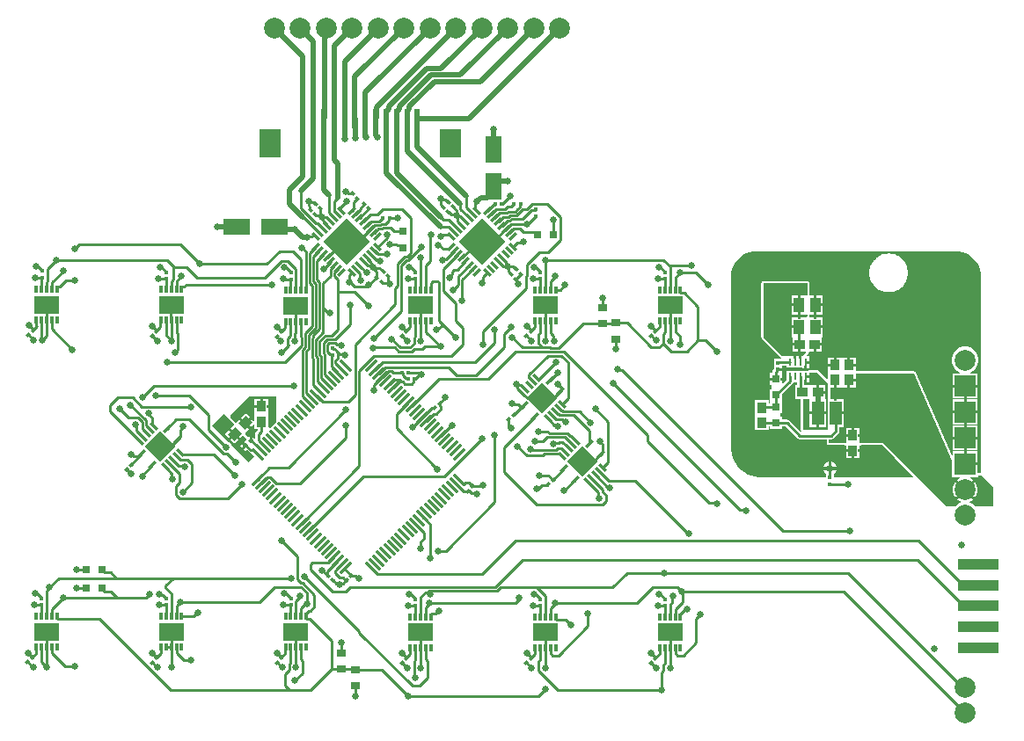
<source format=gtl>
G04*
G04 #@! TF.GenerationSoftware,Altium Limited,Altium Designer,25.8.1 (18)*
G04*
G04 Layer_Physical_Order=1*
G04 Layer_Color=255*
%FSLAX25Y25*%
%MOIN*%
G70*
G04*
G04 #@! TF.SameCoordinates,05C96C20-E816-43A1-9C29-CF923D7A875C*
G04*
G04*
G04 #@! TF.FilePolarity,Positive*
G04*
G01*
G75*
%ADD10C,0.01000*%
%ADD17R,0.03740X0.03959*%
%ADD18R,0.01300X0.01600*%
%ADD19R,0.03150X0.02975*%
%ADD20R,0.04016X0.05787*%
%ADD21R,0.01000X0.03000*%
%ADD22R,0.03959X0.03740*%
%ADD23R,0.04724X0.09055*%
G04:AMPARAMS|DCode=24|XSize=39.59mil|YSize=37.4mil|CornerRadius=0mil|HoleSize=0mil|Usage=FLASHONLY|Rotation=225.000|XOffset=0mil|YOffset=0mil|HoleType=Round|Shape=Rectangle|*
%AMROTATEDRECTD24*
4,1,4,0.00077,0.02722,0.02722,0.00077,-0.00077,-0.02722,-0.02722,-0.00077,0.00077,0.02722,0.0*
%
%ADD24ROTATEDRECTD24*%

G04:AMPARAMS|DCode=25|XSize=16mil|YSize=13mil|CornerRadius=0mil|HoleSize=0mil|Usage=FLASHONLY|Rotation=135.000|XOffset=0mil|YOffset=0mil|HoleType=Round|Shape=Rectangle|*
%AMROTATEDRECTD25*
4,1,4,0.01025,-0.00106,0.00106,-0.01025,-0.01025,0.00106,-0.00106,0.01025,0.01025,-0.00106,0.0*
%
%ADD25ROTATEDRECTD25*%

%ADD26R,0.01600X0.01300*%
G04:AMPARAMS|DCode=27|XSize=16mil|YSize=13mil|CornerRadius=0mil|HoleSize=0mil|Usage=FLASHONLY|Rotation=225.000|XOffset=0mil|YOffset=0mil|HoleType=Round|Shape=Rectangle|*
%AMROTATEDRECTD27*
4,1,4,0.00106,0.01025,0.01025,0.00106,-0.00106,-0.01025,-0.01025,-0.00106,0.00106,0.01025,0.0*
%
%ADD27ROTATEDRECTD27*%

G04:AMPARAMS|DCode=28|XSize=58.07mil|YSize=11.81mil|CornerRadius=0mil|HoleSize=0mil|Usage=FLASHONLY|Rotation=315.000|XOffset=0mil|YOffset=0mil|HoleType=Round|Shape=Rectangle|*
%AMROTATEDRECTD28*
4,1,4,-0.02471,0.01636,-0.01636,0.02471,0.02471,-0.01636,0.01636,-0.02471,-0.02471,0.01636,0.0*
%
%ADD28ROTATEDRECTD28*%

G04:AMPARAMS|DCode=29|XSize=58.07mil|YSize=11.81mil|CornerRadius=0mil|HoleSize=0mil|Usage=FLASHONLY|Rotation=225.000|XOffset=0mil|YOffset=0mil|HoleType=Round|Shape=Rectangle|*
%AMROTATEDRECTD29*
4,1,4,0.01636,0.02471,0.02471,0.01636,-0.01636,-0.02471,-0.02471,-0.01636,0.01636,0.02471,0.0*
%
%ADD29ROTATEDRECTD29*%

%ADD30R,0.08268X0.11024*%
%ADD31R,0.02362X0.07480*%
%ADD33R,0.03200X0.03000*%
%ADD34R,0.02975X0.03150*%
G04:AMPARAMS|DCode=35|XSize=33.47mil|YSize=11.81mil|CornerRadius=0mil|HoleSize=0mil|Usage=FLASHONLY|Rotation=45.000|XOffset=0mil|YOffset=0mil|HoleType=Round|Shape=Rectangle|*
%AMROTATEDRECTD35*
4,1,4,-0.00766,-0.01601,-0.01601,-0.00766,0.00766,0.01601,0.01601,0.00766,-0.00766,-0.01601,0.0*
%
%ADD35ROTATEDRECTD35*%

%ADD36P,0.17817X4X180.0*%
G04:AMPARAMS|DCode=37|XSize=33.47mil|YSize=11.81mil|CornerRadius=0mil|HoleSize=0mil|Usage=FLASHONLY|Rotation=135.000|XOffset=0mil|YOffset=0mil|HoleType=Round|Shape=Rectangle|*
%AMROTATEDRECTD37*
4,1,4,0.01601,-0.00766,0.00766,-0.01601,-0.01601,0.00766,-0.00766,0.01601,0.01601,-0.00766,0.0*
%
%ADD37ROTATEDRECTD37*%

%ADD38R,0.06299X0.10236*%
%ADD39R,0.10236X0.06299*%
%ADD40R,0.09764X0.06890*%
%ADD41R,0.01181X0.03150*%
%ADD42R,0.15748X0.03937*%
%ADD44R,0.01000X0.02800*%
G04:AMPARAMS|DCode=61|XSize=11.02mil|YSize=33.47mil|CornerRadius=0mil|HoleSize=0mil|Usage=FLASHONLY|Rotation=315.000|XOffset=0mil|YOffset=0mil|HoleType=Round|Shape=Rectangle|*
%AMROTATEDRECTD61*
4,1,4,-0.01573,-0.00793,0.00793,0.01573,0.01573,0.00793,-0.00793,-0.01573,-0.01573,-0.00793,0.0*
%
%ADD61ROTATEDRECTD61*%

G04:AMPARAMS|DCode=62|XSize=11.02mil|YSize=33.47mil|CornerRadius=0mil|HoleSize=0mil|Usage=FLASHONLY|Rotation=45.000|XOffset=0mil|YOffset=0mil|HoleType=Round|Shape=Rectangle|*
%AMROTATEDRECTD62*
4,1,4,0.00793,-0.01573,-0.01573,0.00793,-0.00793,0.01573,0.01573,-0.00793,0.00793,-0.01573,0.0*
%
%ADD62ROTATEDRECTD62*%

%ADD63P,0.11414X4X180.0*%
%ADD64C,0.01968*%
%ADD65C,0.07874*%
%ADD66R,0.07874X0.07874*%
%ADD67C,0.02598*%
%ADD68C,0.02638*%
G36*
X321358Y313936D02*
Y312478D01*
X322648D01*
X322680Y312084D01*
X321874Y311278D01*
X321590Y310852D01*
X321490Y310350D01*
Y309021D01*
X321126Y308871D01*
X319888Y310109D01*
X319115Y309337D01*
X318722Y309350D01*
X317797Y310407D01*
X317782Y310422D01*
X317779Y310427D01*
X317777Y310429D01*
X317769Y310799D01*
X317805Y310897D01*
X319300Y312392D01*
X318679Y313012D01*
X319386Y313719D01*
X320007Y313099D01*
X320994Y314087D01*
X321358Y313936D01*
D02*
G37*
G36*
X329528Y317717D02*
Y315232D01*
X327067Y312772D01*
X326673Y312935D01*
Y318012D01*
X326673D01*
Y318209D01*
X326673D01*
Y320476D01*
X325796D01*
Y321476D01*
X326673D01*
Y323743D01*
X324516D01*
Y322865D01*
X323516D01*
Y323743D01*
X321358D01*
Y321476D01*
X322236D01*
Y320476D01*
X321358D01*
Y318209D01*
X321358D01*
Y318012D01*
X321358D01*
Y315468D01*
X320994Y315317D01*
X320084Y316228D01*
X319464Y315607D01*
X318757Y316314D01*
X319377Y316935D01*
X317851Y318460D01*
X316249Y316857D01*
X316869Y316237D01*
X316162Y315530D01*
X315542Y316150D01*
X314268Y314877D01*
X313875Y314890D01*
X312205Y316798D01*
Y317717D01*
X319291Y324803D01*
X329528D01*
Y317717D01*
D02*
G37*
G36*
X313495Y314104D02*
X312196Y312805D01*
X312817Y312185D01*
X312110Y311477D01*
X311489Y312098D01*
X309886Y310495D01*
X311412Y308969D01*
X312032Y309590D01*
X312739Y308883D01*
X312119Y308262D01*
X313645Y306737D01*
X315248Y308340D01*
X314627Y308960D01*
X315334Y309667D01*
X315955Y309047D01*
X316799Y309892D01*
X317193Y309878D01*
X318343Y308564D01*
X317351Y307573D01*
X317971Y306952D01*
X317264Y306245D01*
X316644Y306866D01*
X315875Y306097D01*
X316538Y305434D01*
X317158Y306054D01*
X317865Y305347D01*
X317245Y304727D01*
X317908Y304064D01*
X318448Y304604D01*
X318801Y304505D01*
X321299Y302007D01*
X319094Y299803D01*
X312537Y306361D01*
X312399Y306694D01*
X311812Y307281D01*
X311479Y307419D01*
X305250Y313648D01*
Y313911D01*
X309449Y318110D01*
X309990D01*
X313495Y314104D01*
D02*
G37*
G36*
X530709Y363225D02*
X530354Y363130D01*
X530315Y363130D01*
X528059D01*
Y362252D01*
X527059D01*
Y363130D01*
X524764D01*
Y359949D01*
X525641D01*
Y358949D01*
X524764D01*
Y355768D01*
X527059D01*
Y356645D01*
X528059D01*
Y355768D01*
X530315D01*
X530354Y355768D01*
X530709Y355673D01*
Y354957D01*
X530354Y354862D01*
Y354862D01*
X528059D01*
Y353985D01*
X527059D01*
Y354862D01*
X524764D01*
Y351681D01*
X525641D01*
Y350681D01*
X524764D01*
Y347500D01*
X524981D01*
X525076Y347146D01*
X525076D01*
Y344988D01*
X525954D01*
Y343988D01*
X525076D01*
Y341831D01*
X527343D01*
Y342708D01*
X528343D01*
Y341831D01*
X530250D01*
X530413Y341437D01*
X528959Y339983D01*
X528650D01*
Y339105D01*
X527650D01*
Y339983D01*
X526681D01*
Y339105D01*
X525681D01*
Y339983D01*
X525197D01*
Y340158D01*
X521260D01*
X514173Y347244D01*
Y367717D01*
X530709D01*
Y363225D01*
D02*
G37*
G36*
X511417Y379921D02*
X587008Y379921D01*
X587008Y379921D01*
X587008Y379921D01*
X587938Y379921D01*
X589764Y379558D01*
X591484Y378846D01*
X593031Y377812D01*
X594347Y376496D01*
X595381Y374948D01*
X596094Y373229D01*
X596457Y371403D01*
X596457Y370472D01*
X596457Y299597D01*
Y295685D01*
X595669D01*
X595276Y296003D01*
Y298713D01*
X594398D01*
Y299713D01*
X595276D01*
Y303937D01*
X591051D01*
Y303060D01*
X590051D01*
Y303937D01*
X585827D01*
Y302492D01*
X585441Y302413D01*
X572029Y333708D01*
X571984Y333773D01*
X571953Y333846D01*
X571913Y333905D01*
X571856Y333960D01*
X571852Y333966D01*
X571845Y333971D01*
X571804Y334011D01*
X571697Y334118D01*
X571692Y334120D01*
X571689Y334124D01*
X571547Y334180D01*
X571494Y334202D01*
X571488Y334206D01*
X571480Y334208D01*
X571407Y334238D01*
X571337Y334252D01*
X571258D01*
X571181Y334267D01*
X549114D01*
Y336224D01*
X548237D01*
Y337224D01*
X549114D01*
Y339491D01*
X546957D01*
Y338613D01*
X545957D01*
Y339491D01*
X541839D01*
Y338613D01*
X540839D01*
Y339491D01*
X538681D01*
Y337224D01*
X539559D01*
Y336224D01*
X538681D01*
Y333957D01*
X538681D01*
Y333760D01*
X538681D01*
Y331473D01*
X538317Y331322D01*
X535213Y334426D01*
X534953Y334600D01*
X534646Y334661D01*
X531406D01*
X531099Y334600D01*
X530906Y334471D01*
X522924D01*
Y332410D01*
X522899Y332283D01*
Y331055D01*
X521624Y329779D01*
X521260Y329930D01*
Y330909D01*
X520382D01*
Y331909D01*
X521260D01*
Y333683D01*
X521122D01*
Y334471D01*
X520245D01*
Y335471D01*
X521122D01*
Y336483D01*
X522924D01*
Y335608D01*
X528831D01*
Y335408D01*
X529619D01*
Y336285D01*
X530619D01*
Y335408D01*
X531406D01*
Y337195D01*
X530529D01*
Y338195D01*
X531406D01*
Y339983D01*
X530609D01*
X530458Y340346D01*
X530981Y340869D01*
X531155Y341130D01*
X531216Y341437D01*
X531535Y341831D01*
X533074D01*
Y342708D01*
X534074D01*
Y341831D01*
X536341D01*
Y343988D01*
X535463D01*
Y344988D01*
X536341D01*
Y347146D01*
X536341D01*
X536436Y347500D01*
X536654D01*
Y350681D01*
X535776D01*
Y351681D01*
X536654D01*
Y354862D01*
X534358D01*
Y353985D01*
X533358D01*
Y354862D01*
X531894D01*
X531511Y354957D01*
Y355673D01*
X531894Y355768D01*
X533358D01*
Y356645D01*
X534358D01*
Y355768D01*
X536654D01*
Y358949D01*
X535776D01*
Y359949D01*
X536654D01*
Y363130D01*
X534358D01*
Y362252D01*
X533358D01*
Y363130D01*
X531894D01*
X531511Y363225D01*
Y367717D01*
X531450Y368024D01*
X531276Y368284D01*
X531016Y368458D01*
X530709Y368519D01*
X514173D01*
X513866Y368458D01*
X513605Y368284D01*
X513432Y368024D01*
X513370Y367717D01*
Y347244D01*
X513432Y346937D01*
X513605Y346676D01*
X520692Y339590D01*
X520824Y339502D01*
X520705Y339108D01*
X520010D01*
X519885Y339083D01*
X519835D01*
X519708Y339058D01*
X518248D01*
Y335291D01*
X517970Y335013D01*
X517685Y334587D01*
X517585Y334085D01*
Y333683D01*
X516535D01*
Y331909D01*
X517413D01*
Y330909D01*
X516535D01*
Y329134D01*
X517323D01*
Y327559D01*
X516535D01*
Y322091D01*
X516043D01*
Y323349D01*
X510728D01*
Y317815D01*
X510728D01*
Y317618D01*
X510728D01*
Y312084D01*
X516043D01*
Y313342D01*
X516535D01*
Y312380D01*
X521260D01*
Y313342D01*
X522597D01*
X527025Y308914D01*
X527450Y308630D01*
X527953Y308530D01*
X538173D01*
Y307166D01*
X538189Y307088D01*
Y307009D01*
X538202Y306943D01*
Y306943D01*
X538232Y306870D01*
X538235Y306858D01*
X538241Y306849D01*
X538322Y306654D01*
X538544Y306432D01*
X538738Y306351D01*
X538748Y306345D01*
X538760Y306343D01*
X538833Y306312D01*
X538833D01*
X538899Y306299D01*
X538978D01*
X539055Y306284D01*
X545021D01*
X545284Y306097D01*
X545374Y305975D01*
Y304721D01*
X546251D01*
Y303721D01*
X545374D01*
Y301454D01*
X547532D01*
Y302332D01*
X548531D01*
Y301454D01*
X550689D01*
Y303721D01*
X549812D01*
Y304721D01*
X550689D01*
Y305975D01*
X550779Y306097D01*
X551042Y306284D01*
X559116D01*
X559116Y306284D01*
X563855Y301545D01*
X563855Y301545D01*
X570942Y294458D01*
X570791Y294094D01*
X540807D01*
Y295424D01*
X541473Y296089D01*
X541810Y296903D01*
X536930D01*
X537267Y296089D01*
X537933Y295424D01*
Y294094D01*
X512992D01*
Y294094D01*
X512270Y294094D01*
X510837Y294283D01*
X509441Y294657D01*
X508106Y295210D01*
X506855Y295933D01*
X505708Y296812D01*
X504686Y297834D01*
X503807Y298981D01*
X503084Y300232D01*
X502531Y301567D01*
X502157Y302963D01*
X501968Y304396D01*
Y305118D01*
Y370101D01*
X501968Y370472D01*
X501968Y370472D01*
X501968Y370472D01*
X501968Y371403D01*
X502332Y373229D01*
X503044Y374948D01*
X504078Y376496D01*
X505394Y377812D01*
X506942Y378846D01*
X508661Y379558D01*
X510487Y379921D01*
X511417Y379921D01*
D02*
G37*
G36*
X538583Y329921D02*
Y323819D01*
X538386D01*
Y313189D01*
X538583D01*
Y312205D01*
X529134D01*
Y323721D01*
X531693D01*
Y319004D01*
X532570D01*
Y318004D01*
X531693D01*
Y313189D01*
X534342D01*
Y314067D01*
X535343D01*
Y313189D01*
X537992D01*
Y318004D01*
X537115D01*
Y319004D01*
X537992D01*
Y323819D01*
X537522D01*
Y325878D01*
X536645D01*
Y326878D01*
X537522D01*
Y329035D01*
X535255D01*
Y328158D01*
X534255D01*
Y329035D01*
X531988D01*
Y329035D01*
X531791D01*
Y329035D01*
X529462D01*
Y330096D01*
X529619D01*
Y330974D01*
X530619D01*
Y330096D01*
X531406D01*
Y331784D01*
X530529D01*
Y332784D01*
X531406D01*
Y333858D01*
X534646D01*
X538583Y329921D01*
D02*
G37*
G36*
X571251Y333451D02*
X571291Y333392D01*
X585433Y300394D01*
Y294094D01*
X588498D01*
X588603Y293701D01*
X587650Y293151D01*
X587564Y293064D01*
X588207Y292421D01*
X587500Y291714D01*
X586857Y292357D01*
X586771Y292271D01*
X586149Y291194D01*
X585827Y289992D01*
Y288748D01*
X586149Y287546D01*
X586771Y286469D01*
X586857Y286383D01*
X587500Y287026D01*
X588207Y286319D01*
X587564Y285676D01*
X587650Y285590D01*
X588728Y284968D01*
X588973Y284902D01*
Y284508D01*
X588608Y284410D01*
X587441Y283737D01*
X586776Y283071D01*
X583465D01*
X564423Y302113D01*
X559684Y306852D01*
X559684Y306852D01*
X559449Y307087D01*
X551042D01*
X550689Y307185D01*
Y309452D01*
X549812D01*
Y310452D01*
X550689D01*
Y312719D01*
X548531D01*
Y311841D01*
X547532D01*
Y312719D01*
X545374D01*
Y310452D01*
X546251D01*
Y309452D01*
X545374D01*
Y307185D01*
X545021Y307087D01*
X539055D01*
X538989Y307100D01*
X538976Y307166D01*
Y308530D01*
X539764D01*
X540266Y308630D01*
X540692Y308914D01*
X542464Y310686D01*
X542748Y311112D01*
X542848Y311614D01*
Y313189D01*
X544685D01*
Y318004D01*
X543808D01*
Y319004D01*
X544685D01*
Y323819D01*
X542035D01*
Y322941D01*
X541035D01*
Y323819D01*
X539386D01*
Y328226D01*
X540839D01*
Y329103D01*
X541839D01*
Y328226D01*
X545957D01*
Y329103D01*
X546957D01*
Y328226D01*
X549114D01*
Y330493D01*
X548237D01*
Y331493D01*
X549114D01*
Y333465D01*
X571181D01*
X571251Y333451D01*
D02*
G37*
G36*
X526837Y329035D02*
X526258D01*
Y323721D01*
X528331D01*
Y312205D01*
X528392Y311897D01*
X528419Y311857D01*
X528252Y311410D01*
X528244Y311408D01*
X524069Y315582D01*
X523643Y315867D01*
X523141Y315967D01*
X521260D01*
Y316929D01*
X520472D01*
Y318504D01*
X521260D01*
Y323009D01*
Y325703D01*
X525140Y329583D01*
X525425Y330009D01*
X525442Y330096D01*
X526837D01*
Y329035D01*
D02*
G37*
G36*
X601181Y290551D02*
Y283071D01*
X594392D01*
X593727Y283737D01*
X592559Y284410D01*
X592162Y284517D01*
Y284911D01*
X592375Y284968D01*
X593452Y285590D01*
X593538Y285676D01*
X592895Y286319D01*
X593603Y287026D01*
X594245Y286383D01*
X594332Y286469D01*
X594954Y287546D01*
X595276Y288748D01*
Y289992D01*
X594954Y291194D01*
X594332Y292271D01*
X594245Y292357D01*
X593603Y291714D01*
X592895Y292421D01*
X593538Y293064D01*
X593452Y293151D01*
X592499Y293701D01*
X592604Y294094D01*
X595669D01*
Y294882D01*
X596850D01*
X601181Y290551D01*
D02*
G37*
%LPC*%
G36*
X562116Y378950D02*
X561069D01*
X560875Y378911D01*
X560678D01*
X559651Y378707D01*
X559468Y378631D01*
X559274Y378593D01*
X558307Y378192D01*
X558143Y378082D01*
X557960Y378006D01*
X557090Y377425D01*
X556950Y377285D01*
X556785Y377175D01*
X556045Y376435D01*
X555935Y376271D01*
X555796Y376131D01*
X555214Y375260D01*
X555138Y375078D01*
X555028Y374913D01*
X554628Y373946D01*
X554589Y373752D01*
X554514Y373569D01*
X554309Y372543D01*
Y372345D01*
X554271Y372151D01*
Y371104D01*
X554309Y370910D01*
Y370712D01*
X554514Y369686D01*
X554589Y369503D01*
X554628Y369309D01*
X555028Y368342D01*
X555138Y368178D01*
X555214Y367995D01*
X555796Y367124D01*
X555935Y366985D01*
X556045Y366820D01*
X556785Y366080D01*
X556950Y365970D01*
X557090Y365830D01*
X557960Y365249D01*
X558143Y365173D01*
X558307Y365063D01*
X559274Y364663D01*
X559468Y364624D01*
X559651Y364548D01*
X560678Y364344D01*
X560875D01*
X561069Y364305D01*
X562116D01*
X562310Y364344D01*
X562508D01*
X563535Y364548D01*
X563717Y364624D01*
X563911Y364663D01*
X564878Y365063D01*
X565043Y365173D01*
X565225Y365249D01*
X566096Y365830D01*
X566236Y365970D01*
X566400Y366080D01*
X567140Y366820D01*
X567250Y366985D01*
X567390Y367124D01*
X567972Y367995D01*
X568047Y368178D01*
X568157Y368342D01*
X568558Y369309D01*
X568596Y369503D01*
X568672Y369686D01*
X568876Y370712D01*
Y370910D01*
X568915Y371104D01*
Y372151D01*
X568876Y372345D01*
Y372543D01*
X568672Y373569D01*
X568596Y373752D01*
X568558Y373946D01*
X568157Y374913D01*
X568047Y375078D01*
X567972Y375260D01*
X567390Y376131D01*
X567250Y376271D01*
X567140Y376435D01*
X566400Y377175D01*
X566236Y377285D01*
X566096Y377425D01*
X565225Y378006D01*
X565043Y378082D01*
X564878Y378192D01*
X563911Y378593D01*
X563717Y378631D01*
X563535Y378707D01*
X562508Y378911D01*
X562310D01*
X562116Y378950D01*
D02*
G37*
G36*
X591225Y343701D02*
X589877D01*
X588576Y343352D01*
X587409Y342678D01*
X586456Y341725D01*
X585782Y340558D01*
X585433Y339257D01*
Y337909D01*
X585782Y336607D01*
X586456Y335440D01*
X587409Y334487D01*
X588498Y333858D01*
X588438Y333465D01*
X585827D01*
Y329240D01*
X586704D01*
Y328240D01*
X585827D01*
Y324016D01*
X590051D01*
Y324893D01*
X591051D01*
Y324016D01*
X595276D01*
Y328240D01*
X594398D01*
Y329240D01*
X595276D01*
Y333465D01*
X592664D01*
X592604Y333858D01*
X593694Y334487D01*
X594647Y335440D01*
X595321Y336607D01*
X595669Y337909D01*
Y339257D01*
X595321Y340558D01*
X594647Y341725D01*
X593694Y342678D01*
X592527Y343352D01*
X591225Y343701D01*
D02*
G37*
G36*
X595276Y323622D02*
X591051D01*
Y322745D01*
X590051D01*
Y323622D01*
X585827D01*
Y319398D01*
X586704D01*
Y318398D01*
X585827D01*
Y314173D01*
X590051D01*
Y315051D01*
X591051D01*
Y314173D01*
X595276D01*
Y318398D01*
X594398D01*
Y319398D01*
X595276D01*
Y323622D01*
D02*
G37*
G36*
Y313779D02*
X591051D01*
Y312902D01*
X590051D01*
Y313779D01*
X585827D01*
Y309555D01*
X586704D01*
Y308555D01*
X585827D01*
Y304331D01*
X590051D01*
Y305208D01*
X591051D01*
Y304331D01*
X595276D01*
Y308555D01*
X594398D01*
Y309555D01*
X595276D01*
Y313779D01*
D02*
G37*
G36*
X539961Y299934D02*
Y298085D01*
X541810D01*
X541473Y298899D01*
X540775Y299597D01*
X539961Y299934D01*
D02*
G37*
G36*
X538779D02*
X537965Y299597D01*
X537267Y298899D01*
X536930Y298085D01*
X538779D01*
Y299934D01*
D02*
G37*
%LPD*%
D10*
X384213Y333071D02*
X384646D01*
X383426Y333858D02*
X384213Y333071D01*
X379596Y333858D02*
X383426D01*
X384340Y332765D02*
X384646Y333071D01*
X383378Y332765D02*
X384340D01*
X382109Y331496D02*
X383378Y332765D01*
X381959Y331496D02*
X382109D01*
X376192Y330952D02*
X376854Y330291D01*
X418110Y400718D02*
Y400787D01*
X416248Y398856D02*
X418110Y400718D01*
X416248Y398679D02*
Y398856D01*
X415494Y397925D02*
X416248Y398679D01*
X415467Y397925D02*
X415494D01*
X415179Y397638D02*
X415467Y397925D01*
X415029Y397638D02*
X415179D01*
X430315Y324016D02*
X434491D01*
X437222Y326747D01*
X437222D01*
X424820Y324016D02*
X430315D01*
X422679Y326157D02*
X424820Y324016D01*
X422606Y326157D02*
X422679D01*
X452362Y307441D02*
Y307874D01*
Y307441D02*
X453199Y306604D01*
Y303524D02*
Y306604D01*
X452406Y302731D02*
X453199Y303524D01*
X449675Y300000D02*
X452406Y302731D01*
X445499Y300000D02*
X449675D01*
X376572Y382177D02*
X377559Y381190D01*
X375346Y382177D02*
X376572D01*
X375240Y382283D02*
X375346Y382177D01*
X372441Y382283D02*
X375240D01*
X369538Y390227D02*
X370988D01*
X369006Y389695D02*
X369538Y390227D01*
X370116Y388834D02*
X372786D01*
X374305Y387314D01*
X367991Y381516D02*
X371372Y384896D01*
X374305Y387314D02*
X377559D01*
X366834Y389695D02*
X369006D01*
X371372Y384896D02*
Y385941D01*
X368224Y388301D02*
X369584D01*
X370988Y390227D02*
X372210Y391449D01*
X367991Y381516D02*
Y381516D01*
X369584Y388301D02*
X370116Y388834D01*
X371372Y385941D02*
X371678Y386247D01*
X242500Y353610D02*
Y359516D01*
X240512Y224055D02*
X242496Y222071D01*
X240512Y224055D02*
Y229618D01*
X242480D02*
X242488Y229610D01*
Y222079D02*
X242496Y222071D01*
X242488Y222079D02*
Y229610D01*
X287779Y229594D02*
X289748D01*
X275440Y302158D02*
X277741D01*
X274842Y302756D02*
X275440Y302158D01*
X274410Y302756D02*
X274842D01*
X422615Y320491D02*
X423408Y321285D01*
X422542Y320491D02*
X422615D01*
X421292Y321741D02*
X422542Y320491D01*
X419204Y321741D02*
X421292D01*
X418898Y322047D02*
X419204Y321741D01*
X432669Y294882D02*
X434445Y293106D01*
X429134Y294882D02*
X432669D01*
X432465Y291339D02*
X432677D01*
X430248Y291232D02*
X432359D01*
X428346Y289764D02*
X428779D01*
X432359Y291232D02*
X432465Y291339D01*
X428779Y289764D02*
X430248Y291232D01*
X415748Y296063D02*
Y305273D01*
Y296063D02*
X428177Y283634D01*
X453040D01*
X299568Y242913D02*
X300000D01*
X298060Y241406D02*
X299568Y242913D01*
X293685Y241406D02*
X298060D01*
X395964Y313779D02*
X396063D01*
X392014Y309830D02*
X395964Y313779D01*
X391915Y309830D02*
X392014D01*
X484733Y243789D02*
X485039Y244094D01*
X484285Y243789D02*
X484733D01*
X482693Y242197D02*
X484285Y243789D01*
X482693Y241213D02*
Y242197D01*
X390906Y243307D02*
X391339D01*
X389886Y242287D02*
X390906Y243307D01*
X388295Y242287D02*
X389886D01*
X388205Y242197D02*
X388295Y242287D01*
X388205Y241213D02*
Y242197D01*
X420175Y368983D02*
Y369195D01*
Y368983D02*
X420954Y368204D01*
Y367629D02*
Y368204D01*
Y367629D02*
X421260Y367323D01*
X420175Y369195D02*
X422144Y371163D01*
Y371163D01*
X539764Y309842D02*
X541535Y311614D01*
Y318504D01*
X527953Y309842D02*
X539764D01*
X523141Y314654D02*
X527953Y309842D01*
X518898Y314654D02*
X523141D01*
X527559Y344772D02*
X527843Y344488D01*
X527559Y344772D02*
Y351181D01*
X513583Y314654D02*
X518898D01*
X513386Y314851D02*
X513583Y314654D01*
Y320779D02*
X518898D01*
X513386Y320582D02*
X513583Y320779D01*
X524212Y330511D02*
Y332283D01*
X518985Y325284D02*
X524212Y330511D01*
X518898Y325284D02*
X518985D01*
X518898Y320779D02*
Y325284D01*
X519685Y334821D02*
Y334970D01*
X519535Y334670D02*
X519685Y334821D01*
X519483Y334670D02*
X519535D01*
X518898Y334085D02*
X519483Y334670D01*
X518898Y331409D02*
Y334085D01*
X520010Y337795D02*
X524212D01*
X519985Y337771D02*
X520010Y337795D01*
X519835Y337771D02*
X519985D01*
X519685Y337620D02*
X519835Y337771D01*
X519685Y337471D02*
Y337620D01*
X528150Y327253D02*
Y332283D01*
Y327253D02*
X529024Y326378D01*
X391435Y322144D02*
X393701Y324410D01*
X391329Y322038D02*
X391435Y322144D01*
X391329Y321826D02*
Y322038D01*
Y321826D02*
X391980Y321175D01*
Y319949D02*
Y321175D01*
X390094Y318063D02*
X391980Y319949D01*
X389141Y318063D02*
X390094D01*
X386475Y315397D02*
X389141Y318063D01*
X386347Y315397D02*
X386475D01*
X389561Y320270D02*
X389667Y320376D01*
X388436Y320270D02*
X389561D01*
X384956Y316789D02*
X388436Y320270D01*
X384928Y316789D02*
X384956D01*
X381130Y312992D02*
X384928Y316789D01*
X381102Y312992D02*
X381130D01*
X366558Y327188D02*
Y329015D01*
X369644Y332101D02*
Y332101D01*
X366535Y327165D02*
X366558Y327188D01*
Y329015D02*
X369644Y332101D01*
X348813Y256895D02*
X349010D01*
X347047Y258661D02*
X348813Y256895D01*
X346850Y258661D02*
X347047D01*
X342520Y259055D02*
Y261010D01*
X343106Y261596D01*
X349121D01*
X342520Y259055D02*
X350975Y250600D01*
X349121Y261596D02*
X349517Y261992D01*
X349517D01*
X351488Y263962D01*
X351616D01*
X539370Y294020D02*
Y297494D01*
Y291520D02*
X539404Y291554D01*
X546029D01*
X546063Y291589D01*
X470174Y307779D02*
X493657Y284295D01*
X496413D02*
X496457Y284252D01*
X493657Y284295D02*
X496413D01*
X470174Y307779D02*
Y310141D01*
X457087Y329921D02*
X505206Y281802D01*
X507174D02*
X507480Y281496D01*
X505206Y281802D02*
X507174D01*
X438685Y341630D02*
X470174Y310141D01*
X420129Y341630D02*
X438685D01*
X409782Y331283D02*
X420129Y341630D01*
X391098Y331283D02*
X409782D01*
X380780Y320965D02*
X391098Y331283D01*
X450394Y320079D02*
X455266Y315206D01*
Y299918D02*
Y315206D01*
X428877Y331094D02*
X435433Y337650D01*
X437437Y340237D02*
X440082Y337592D01*
X428805Y331094D02*
X428877D01*
X425314Y333051D02*
X432500Y340237D01*
X428174Y331724D02*
X428805Y331094D01*
X432500Y340237D02*
X437437D01*
X405118Y332677D02*
X415748Y343307D01*
X373784Y335859D02*
X394850D01*
X369899Y337795D02*
X404839D01*
X407874Y344488D02*
Y349431D01*
X395978Y340072D02*
X400282Y344376D01*
X398031Y332677D02*
X405118D01*
X394850Y335859D02*
X398031Y332677D01*
X404839Y337795D02*
X412205Y345161D01*
X407708Y344322D02*
X407874Y344488D01*
X366609Y340072D02*
X395978D01*
X303937Y312205D02*
X310630Y305512D01*
X291548Y315972D02*
X296511D01*
X309559Y302925D01*
X303937Y312205D02*
Y317831D01*
X310854Y302925D02*
X314173Y299606D01*
X309559Y302925D02*
X310854D01*
X296571Y325197D02*
X303937Y317831D01*
X317774Y314625D02*
Y314625D01*
Y314625D02*
X319888Y312511D01*
Y308077D02*
Y312511D01*
X319781Y307970D02*
X319888Y308077D01*
X325169Y305654D02*
Y305782D01*
X322803Y308148D02*
X325169Y305782D01*
X322803Y308148D02*
Y310350D01*
X324016Y311563D01*
Y315245D01*
X353238Y253849D02*
X353543Y253543D01*
X352269Y253849D02*
X353238D01*
X351096Y255022D02*
X352269Y253849D01*
X350884Y255022D02*
X351096D01*
X349010Y258573D02*
X353008Y262570D01*
X349010Y256895D02*
Y258573D01*
X369644Y332101D02*
X369772D01*
X372138Y334467D01*
X373205D01*
X373813Y333858D01*
X377097D01*
X377246D02*
X377396Y333708D01*
Y332788D02*
Y333708D01*
Y332788D02*
X378538Y331646D01*
X379309D01*
X379459Y331496D01*
X374063Y330952D02*
X376192D01*
X372428Y329317D02*
X374063Y330952D01*
X376854Y330291D02*
X377393D01*
X381659Y331346D02*
X381809Y331496D01*
X381659Y330425D02*
Y331346D01*
X380792Y329559D02*
X381659Y330425D01*
X378125Y329559D02*
X380792D01*
X377393Y330291D02*
X378125Y329559D01*
X376314Y330291D02*
X376854D01*
X373948Y327925D02*
X376314Y330291D01*
X373820Y327925D02*
X373948D01*
X379069Y345870D02*
X379165D01*
X377197Y347742D02*
X379069Y345870D01*
X374407Y343307D02*
X375824Y341890D01*
X376402Y343284D02*
X380237D01*
X370748Y335860D02*
X373782D01*
X377100Y347742D02*
X377197D01*
X368380Y333493D02*
X370748Y335860D01*
X373228Y346457D02*
X376402Y343284D01*
X373782Y335860D02*
X373784Y335859D01*
X377197Y351138D02*
X377219D01*
X380237Y343284D02*
X381752Y344799D01*
X380814Y341890D02*
X381838Y342913D01*
X377219Y351138D02*
X378847Y349510D01*
X375824Y341890D02*
X380814D01*
X352291Y342249D02*
X352291D01*
X353683Y340857D01*
X355206D01*
X355512Y340551D01*
X352291Y342249D02*
X352725Y341815D01*
X353008Y333493D02*
Y333621D01*
X350640Y335989D02*
X353008Y333621D01*
X350640Y335989D02*
Y340335D01*
X350787Y340482D01*
X352033Y337379D02*
Y338458D01*
X352725Y339149D01*
Y341815D01*
X350787Y340482D02*
Y340632D01*
X350637Y340782D02*
X350787Y340632D01*
X349717Y340782D02*
X350637D01*
X348819Y341680D02*
X349717Y340782D01*
X348819Y341680D02*
Y344484D01*
X349405Y345070D01*
X351971D01*
X352640Y344400D01*
X354025D01*
X354331Y344094D01*
X347425Y345065D02*
X348823Y346463D01*
X344638Y339948D02*
Y346220D01*
X346031Y345643D02*
X348246Y347857D01*
X343244Y339371D02*
Y346797D01*
X343676Y331471D02*
Y338939D01*
X343244Y339371D02*
X343676Y338939D01*
X345070Y332048D02*
Y339516D01*
X344638Y346220D02*
X347342Y348925D01*
X344638Y339948D02*
X345070Y339516D01*
X346464Y332626D02*
Y340093D01*
X346031Y340526D02*
Y345643D01*
X347425Y341103D02*
X347858Y340670D01*
Y333203D02*
Y340670D01*
X346031Y340526D02*
X346464Y340093D01*
X347425Y341103D02*
Y345065D01*
X338961Y347275D02*
X339063Y347173D01*
X341850Y342912D02*
Y348181D01*
X333890Y346741D02*
X335024Y347875D01*
X336950Y348969D02*
Y353175D01*
X329825Y347344D02*
Y347541D01*
X335024Y347875D02*
Y353217D01*
X332792Y337795D02*
X339063Y344066D01*
X343676Y347230D02*
Y348036D01*
X334322Y344165D02*
Y344165D01*
X336476Y348495D02*
X336950Y348969D01*
X350613Y347857D02*
X352756Y350000D01*
X339504Y342537D02*
X340457Y343489D01*
X333890Y344598D02*
Y346741D01*
X329825Y347344D02*
X331303Y345866D01*
X340457Y348758D02*
X343161Y351463D01*
X339063Y344066D02*
Y347173D01*
X348823Y346463D02*
X351975D01*
X347342Y348925D02*
Y358268D01*
X341850Y348181D02*
X344555Y350886D01*
X343244Y346797D02*
X343676Y347230D01*
X331303Y345669D02*
Y345866D01*
X336476Y345669D02*
Y348495D01*
X333890Y344598D02*
X334322Y344165D01*
X351975Y346463D02*
X357480Y351969D01*
X340457Y343489D02*
Y348758D01*
X348246Y347857D02*
X350613D01*
X340898Y341959D02*
X341850Y342912D01*
X338961Y347275D02*
Y353217D01*
X331496Y341339D02*
X334322Y344165D01*
X347858Y333203D02*
X350224Y330837D01*
X345949Y350308D02*
Y367936D01*
X343680Y329029D02*
X346048Y326661D01*
X343161Y351463D02*
Y366781D01*
X344555Y350886D02*
Y367359D01*
X343676Y331471D02*
X343678Y331469D01*
Y330657D02*
Y331469D01*
X343676Y348036D02*
X345949Y350308D01*
X343680Y329029D02*
Y330655D01*
X352756Y350000D02*
Y364567D01*
X343678Y330657D02*
X343680Y330655D01*
X350787Y342832D02*
Y342982D01*
Y342832D02*
X350937Y342682D01*
X351858D01*
X352291Y342249D01*
X352033Y337379D02*
X354400Y335013D01*
Y334885D02*
Y335013D01*
X405206Y288101D02*
X405512Y287795D01*
X403469Y288101D02*
X405206D01*
X402584Y288986D02*
X403469Y288101D01*
X402372Y288986D02*
X402584D01*
X402266Y288880D02*
X402372Y288986D01*
X407683Y290754D02*
X407874Y290945D01*
X404140Y290754D02*
X407683D01*
X404034Y290648D02*
X404140Y290754D01*
X402513Y292168D02*
X404034Y290648D01*
X401249Y292168D02*
X402513D01*
X400638Y291558D02*
X401249Y292168D01*
X400511Y291558D02*
X400638D01*
X398875Y293193D02*
X400511Y291558D01*
X402160Y288774D02*
X402266Y288880D01*
X400638Y288774D02*
X402160D01*
X397611Y291801D02*
X400638Y288774D01*
X397483Y291801D02*
X397611D01*
X355991Y255022D02*
X356203D01*
X354818Y253849D02*
X355991Y255022D01*
X353849Y253849D02*
X354818D01*
X353543Y253543D02*
X353849Y253849D01*
X360591Y255906D02*
X361024D01*
X359601Y256895D02*
X360591Y255906D01*
X358077Y256895D02*
X359601D01*
X357970Y256789D02*
X358077Y256895D01*
X355447Y259313D02*
X357970Y256789D01*
X355447Y259313D02*
Y259441D01*
X355791Y259787D01*
X354400Y261050D02*
Y261178D01*
X352033Y258684D02*
X354400Y261050D01*
X352033Y257618D02*
Y258684D01*
Y257618D02*
X353623Y256028D01*
X354772D01*
X355885Y254916D01*
X356097D01*
X356203Y255022D01*
X350975Y250600D02*
X355908D01*
X386236Y244859D02*
X387396Y246019D01*
X357670Y252362D02*
X412557D01*
X380259Y249470D02*
X380903D01*
X387445Y246457D02*
X420079D01*
X380903Y249470D02*
X382315Y248058D01*
X386988Y250582D02*
X387363Y250957D01*
X387795Y249776D02*
X387795D01*
X412557Y252362D02*
X422793Y262598D01*
X379953Y249776D02*
X380259Y249470D01*
X386988Y250582D02*
X387795Y249776D01*
X387396Y246019D02*
Y246413D01*
X384268Y248610D02*
X386240Y250582D01*
X355908Y250600D02*
X357670Y252362D01*
X387402Y246413D02*
X387445Y246457D01*
X387363Y250957D02*
X413123D01*
X386240Y250582D02*
X386988D01*
X319819Y308008D02*
X320031D01*
X323777Y304262D01*
X323777D01*
X318014Y306203D02*
X319711Y304505D01*
X320749D01*
X322385Y302870D01*
X357480Y351969D02*
Y359449D01*
X360943Y334407D02*
X366609Y340072D01*
X357027Y322775D02*
X359550Y325298D01*
X360943Y298345D02*
Y334407D01*
X359550Y325298D02*
Y344591D01*
X589649Y214567D02*
X590551D01*
X546342Y257874D02*
X589649Y214567D01*
X476378Y257874D02*
X546342D01*
X544488Y250787D02*
X590551Y204724D01*
X483071Y250787D02*
X544488D01*
X481465Y252394D02*
X483465Y250394D01*
X521654Y273622D02*
X546850D01*
X458936Y335158D02*
X459242Y334853D01*
X460423D02*
X521654Y273622D01*
X459242Y334853D02*
X460423D01*
X433384Y343024D02*
X436404D01*
X430456Y343284D02*
X433124D01*
X433480Y348803D02*
X434675Y347608D01*
Y345917D02*
Y347608D01*
Y345917D02*
X434981Y345611D01*
X436404Y343024D02*
X445842Y352462D01*
X433124Y343284D02*
X433384Y343024D01*
X433480Y348803D02*
Y353417D01*
X415748Y348425D02*
X418504Y351181D01*
X415748Y343307D02*
Y348425D01*
X412205Y345161D02*
Y350000D01*
X407874Y349431D02*
X424238Y365795D01*
Y370305D01*
X393149Y294488D02*
X407708Y309047D01*
X418898Y347244D02*
X418976D01*
X422936Y343284D01*
X368252Y333493D02*
X368380D01*
X366988Y334885D02*
X369899Y337795D01*
X366860Y334885D02*
X366988D01*
X413123Y250957D02*
X414560Y252394D01*
X428343D01*
X465524Y292744D02*
X485602Y272665D01*
X420079Y270079D02*
X572835D01*
X589764Y253150D01*
X407420Y257420D02*
X420079Y270079D01*
X485602Y272665D02*
X485827D01*
X367963Y257420D02*
X407420D01*
X589764Y245276D02*
X595669D01*
X572441Y262598D02*
X589764Y245276D01*
X422793Y262598D02*
X572441D01*
X589764Y253150D02*
X595669D01*
X455539Y292744D02*
X465524D01*
X483817Y226539D02*
X488583Y231305D01*
Y240551D01*
X490158Y242126D01*
X365596Y259787D02*
X367963Y257420D01*
X365468Y259787D02*
X365596D01*
X242787Y372960D02*
X246281Y376454D01*
X387795Y263386D02*
Y276306D01*
X384956Y279146D02*
X387795Y276306D01*
X384956Y279146D02*
Y279274D01*
X384276Y269728D02*
X385433Y270886D01*
Y273228D01*
X384276Y266953D02*
Y269728D01*
X382172Y276490D02*
X385433Y273228D01*
X384252Y266929D02*
X384276Y266953D01*
X390945Y266142D02*
X390988Y266185D01*
X393744D02*
X412205Y284646D01*
X390988Y266185D02*
X393744D01*
X276127Y314114D02*
X276433Y313808D01*
X425871Y304914D02*
X426304D01*
X431165Y302934D02*
X436997D01*
X424444Y302328D02*
X430559D01*
X426890Y304328D02*
X435629D01*
X436997Y302934D02*
X437790Y302141D01*
X427516Y307874D02*
X430421D01*
X420866Y305906D02*
X424444Y302328D01*
X428909Y311260D02*
X432584D01*
X426304Y304914D02*
X426890Y304328D01*
X430559Y302328D02*
X431165Y302934D01*
X412205Y284646D02*
Y310236D01*
X433046Y330923D02*
X433118D01*
X436054Y333858D01*
X436221D01*
X420472Y329528D02*
X420778Y329222D01*
Y328057D02*
Y329222D01*
Y328057D02*
X422606Y326229D01*
Y326157D02*
Y326229D01*
X420778Y329222D02*
X422253D01*
X423926Y327549D01*
X423998D01*
X436221Y329407D02*
Y329528D01*
Y329407D02*
X438015Y327612D01*
Y327540D02*
Y327612D01*
X437222Y326747D02*
X438015Y327540D01*
X426782Y330332D02*
Y330405D01*
X425314Y331873D02*
X426782Y330405D01*
X425314Y331873D02*
Y333051D01*
X440082Y323934D02*
Y337592D01*
X438024Y321875D02*
X440082Y323934D01*
X438024Y321875D02*
Y321875D01*
X435477Y316142D02*
X437830D01*
X438938Y315034D02*
X439370D01*
X434902Y313861D02*
X435989D01*
X432584Y311260D02*
X432949Y310895D01*
X436206D01*
X432456Y316307D02*
X434902Y313861D01*
X437830Y316142D02*
X438938Y315034D01*
X435989Y313861D02*
X436295Y313555D01*
X436857Y307480D02*
X438019D01*
X435629Y309501D02*
X435798Y309332D01*
X439944Y310726D02*
X440871Y309799D01*
X435798Y309332D02*
X438951D01*
X434863Y307220D02*
X436597D01*
X434557Y306914D02*
X434863Y307220D01*
X436375Y310726D02*
X439944D01*
X436206Y310895D02*
X436375Y310726D01*
X438951Y309332D02*
X441966Y306317D01*
X436597Y307220D02*
X436857Y307480D01*
X435629Y304328D02*
X436302Y305001D01*
X432048Y309501D02*
X435629D01*
X436302Y305001D02*
X437642D01*
X430421Y307874D02*
X432048Y309501D01*
X438019Y307480D02*
X440574Y304925D01*
X433920Y317699D02*
X435477Y316142D01*
X433848Y317699D02*
X433920D01*
X438284Y319015D02*
X444486D01*
X448679Y314821D01*
X442222Y317621D02*
X448230Y311612D01*
Y306907D02*
Y311612D01*
X436894Y317621D02*
X442222D01*
X436496Y318018D02*
X436894Y317621D01*
X435240Y319091D02*
X435312D01*
X436385Y318018D01*
X436496D01*
X436632Y320483D02*
X436704D01*
X437777Y319410D01*
X437888D01*
X438284Y319015D01*
X440871Y309799D02*
X441268D01*
X443358Y307709D02*
X443358D01*
X441268Y309799D02*
X443358Y307709D01*
X453208Y297859D02*
X455266Y299918D01*
X453208Y297859D02*
Y297859D01*
X415748Y305273D02*
X427584Y317109D01*
X453040Y283634D02*
X454555Y285149D01*
Y287292D01*
X453319Y288528D02*
X454555Y287292D01*
X453319Y288528D02*
Y289396D01*
X449032Y293683D02*
X453319Y289396D01*
X437642Y305001D02*
X439110Y303533D01*
X441966Y306317D02*
X441966D01*
X439110Y303533D02*
X439183D01*
X419388Y317813D02*
X422066Y320491D01*
X422615D01*
X417514Y313588D02*
X418504Y312598D01*
X417514Y315939D02*
X417620Y316045D01*
X417514Y313588D02*
Y315939D01*
X283858Y325197D02*
X296571D01*
X275082Y324410D02*
X278625Y320866D01*
X297244D01*
X281260Y317835D02*
X282499Y316597D01*
X276433Y311898D02*
X279116Y309215D01*
X282499Y314256D02*
Y316597D01*
X276433Y311898D02*
Y313808D01*
X277199Y316700D02*
X278714Y315185D01*
X274295Y321539D02*
X274331D01*
X293133Y311992D02*
X294094Y312953D01*
X274331Y321539D02*
X280107Y315762D01*
X293133Y309279D02*
Y311992D01*
X294094Y312953D02*
Y313386D01*
X281260Y317835D02*
Y318268D01*
X273457Y316700D02*
X277199D01*
X278714Y312474D02*
Y315185D01*
X280107Y313791D02*
Y315762D01*
X305914Y302748D02*
X313779Y294882D01*
X293935Y302748D02*
X305914D01*
X311193Y285996D02*
X316535Y291339D01*
X293023Y285996D02*
X311193D01*
X291339Y341339D02*
X292303Y342303D01*
X270079Y320079D02*
X273457Y316700D01*
X266535Y321260D02*
X269685Y324410D01*
X275082D01*
X266535Y319012D02*
Y321260D01*
Y319012D02*
X277725Y307823D01*
X278714Y312474D02*
X280508Y310679D01*
Y310607D02*
Y310679D01*
X282499Y314256D02*
X283292Y313463D01*
Y313391D02*
Y313463D01*
X280107Y313791D02*
X281900Y311999D01*
X288164Y312589D02*
X291548Y315972D01*
X293142Y303541D02*
X293935Y302748D01*
X375109Y312686D02*
X390551Y297244D01*
X375109Y312686D02*
Y318078D01*
X362654Y294488D02*
X393149D01*
X375109Y318078D02*
X379388Y322357D01*
X355906Y309055D02*
Y313779D01*
X338652Y291801D02*
X355906Y309055D01*
X327011Y297819D02*
X334039D01*
X355906Y319685D01*
X393307Y351575D02*
X397695Y347187D01*
X329704Y291801D02*
X338652D01*
X400282Y344376D02*
Y350673D01*
X397413Y353541D02*
X400282Y350673D01*
X385772Y343701D02*
X391732D01*
X386236Y349197D02*
X391732Y343701D01*
X386236Y349197D02*
Y353417D01*
X322385Y293193D02*
X327011Y297819D01*
X291508Y287511D02*
X293023Y285996D01*
X291508Y287511D02*
Y290755D01*
X292884Y292131D01*
Y295448D01*
X288966Y299365D02*
X292884Y295448D01*
X292672Y298443D02*
X294633D01*
X294468Y300681D02*
X294512Y300724D01*
X294633Y298443D02*
X294939Y298137D01*
X291750Y302149D02*
X291822D01*
X294512Y300724D02*
X296011D01*
X291822Y302149D02*
X293290Y300681D01*
X294468D01*
X297526Y292014D02*
Y299209D01*
X290358Y300757D02*
X292672Y298443D01*
X296011Y300724D02*
X297526Y299209D01*
X438592Y297261D02*
Y297269D01*
X434445Y293114D02*
X438592Y297261D01*
X434445Y293106D02*
Y293114D01*
X447640Y292291D02*
X451663Y288269D01*
Y286526D02*
Y288269D01*
Y286526D02*
X451968Y286221D01*
X447638Y237605D02*
Y242520D01*
X436573Y226539D02*
X447638Y237605D01*
X434325Y226539D02*
X436573D01*
X433571Y227293D02*
X434325Y226539D01*
X433571Y227293D02*
Y229311D01*
X433480Y229402D02*
X433571Y229311D01*
X451816Y296467D02*
X455539Y292744D01*
X481569Y226539D02*
X483817D01*
X480815Y227293D02*
X481569Y226539D01*
X480815Y227293D02*
Y229311D01*
X480724Y229402D02*
X480815Y229311D01*
X450424Y295075D02*
X455036Y290463D01*
X455600D01*
X455905Y290158D01*
X482677Y344488D02*
Y347439D01*
X480724Y349392D02*
X482677Y347439D01*
X480724Y349392D02*
Y353417D01*
X442734Y293093D02*
X442768D01*
X438617Y288976D02*
X442734Y293093D01*
X438583Y288976D02*
X438617D01*
X289717Y345870D02*
Y345955D01*
X287779Y347892D02*
X289717Y345955D01*
X287779Y347892D02*
Y353610D01*
X240531Y346409D02*
X240721Y346220D01*
X240531Y346409D02*
Y353610D01*
X249913Y368898D02*
X253150D01*
X247512Y366496D02*
X249913Y368898D01*
X246528Y366496D02*
X247512D01*
X246437Y366406D02*
X246528Y366496D01*
X246437Y365421D02*
Y366406D01*
X331496Y270079D02*
X337626Y263949D01*
Y255379D02*
Y263949D01*
Y255379D02*
X339024Y253980D01*
X339444D01*
X343925Y249499D01*
Y244992D02*
Y249499D01*
X342410Y243476D02*
X343925Y244992D01*
X342016Y243476D02*
X342410D01*
X340929Y242390D02*
X342016Y243476D01*
X340929Y241406D02*
Y242390D01*
X340213Y256450D02*
X360810Y235852D01*
Y235253D02*
X381102Y214961D01*
X360810Y235253D02*
Y235852D01*
X336992Y241406D02*
Y247189D01*
X338583Y248780D02*
Y249213D01*
X336992Y247189D02*
X338583Y248780D01*
X290496Y255906D02*
X335039D01*
X328965Y252587D02*
X338867D01*
X341169Y250284D01*
X435449Y240228D02*
Y241213D01*
Y240228D02*
X435539Y240138D01*
X439329D01*
X441278Y238189D01*
X441339D01*
X428740Y211024D02*
X431496Y213779D01*
X379528Y211024D02*
X428740D01*
X246417Y240445D02*
Y241429D01*
Y240445D02*
X246508Y240354D01*
X262681D01*
X289649Y213386D01*
X334646D01*
X340929Y240421D02*
Y241406D01*
Y240421D02*
X341020Y240331D01*
X342309D01*
X350651Y231988D01*
Y221359D02*
Y231988D01*
X334646Y213386D02*
X342677D01*
X332846Y215185D02*
Y219401D01*
Y215185D02*
X334646Y213386D01*
X342677D02*
X350651Y221359D01*
X339595Y219910D02*
Y224431D01*
X336614Y216929D02*
X339595Y219910D01*
X335024Y223721D02*
Y229594D01*
X334421Y223119D02*
X335024Y223721D01*
X334421Y220976D02*
Y223119D01*
X332846Y219401D02*
X334421Y220976D01*
X350651Y221359D02*
X354331D01*
X381724Y218669D02*
X382283Y218110D01*
X381724Y218669D02*
Y224281D01*
X382299Y224856D01*
Y229402D01*
X379069Y221854D02*
X379138D01*
X383858Y214961D02*
X386898Y218000D01*
X381102Y214961D02*
X383858D01*
X386898Y218000D02*
Y224283D01*
X369391Y221160D02*
X379528Y211024D01*
X359449Y221160D02*
X369391D01*
X354331Y227460D02*
Y231496D01*
X359449Y211024D02*
Y215060D01*
X359250Y221359D02*
X359449Y221160D01*
X354331Y221359D02*
X359250D01*
X429543Y224901D02*
Y229402D01*
X428941Y224299D02*
X429543Y224901D01*
X428941Y220783D02*
Y224299D01*
Y220783D02*
X436338Y213386D01*
X475591D01*
X426313Y221854D02*
X426354D01*
X476787Y223528D02*
Y229402D01*
X476185Y222926D02*
X476787Y223528D01*
X476185Y220783D02*
Y222926D01*
X475591Y220188D02*
X476185Y220783D01*
X475591Y213386D02*
Y220188D01*
X473557Y221854D02*
X473598D01*
X492126Y346063D02*
X496457Y341732D01*
X489370Y346063D02*
X492126D01*
X453150Y358562D02*
Y362205D01*
X458268Y342913D02*
Y346556D01*
X366562Y346667D02*
X376972Y357078D01*
X293685Y365421D02*
Y366406D01*
X293776Y366496D01*
X294760D01*
X295193Y366929D01*
X327953D01*
X366084Y343250D02*
X366142Y343307D01*
X376972Y357078D02*
Y374501D01*
X366142Y343307D02*
X374407D01*
X390158Y350000D02*
X390590D01*
X392165Y351575D01*
X393307D01*
X422936Y343284D02*
X430456D01*
X391321Y353561D02*
Y367918D01*
X388205D02*
X388790Y368504D01*
X390735D02*
X391321Y367918D01*
X388790Y368504D02*
X390735D01*
X388205Y365228D02*
Y367918D01*
X391321Y353561D02*
X393307Y351575D01*
X479251Y341732D02*
X485039D01*
X489370Y346063D02*
Y358856D01*
X485039Y341732D02*
X489370Y346063D01*
X476185Y344799D02*
X479251Y341732D01*
X484073Y364154D02*
X489370Y358856D01*
X482693Y364244D02*
Y365228D01*
Y364244D02*
X482784Y364154D01*
X484073D01*
X476185Y344799D02*
Y344889D01*
X476787Y348962D02*
Y353417D01*
X476185Y348360D02*
X476787Y348962D01*
X476185Y344889D02*
Y348360D01*
X474670Y343374D02*
X476185Y344889D01*
X471660Y343374D02*
X474670D01*
X462378Y352656D02*
X471660Y343374D01*
X458268Y352656D02*
X462378D01*
X471703Y347742D02*
X473484Y345961D01*
X471589Y347742D02*
X471703D01*
X473484Y345961D02*
X473598D01*
X458073Y352462D02*
X458268Y352656D01*
X453150Y352462D02*
X458073D01*
X445842D02*
X453150D01*
X428941Y344799D02*
X430456Y343284D01*
X428941Y344799D02*
Y348269D01*
X429543Y348872D01*
Y353417D01*
X426313Y345870D02*
X426354D01*
X336950Y353175D02*
X336992Y353217D01*
X294094Y288583D02*
X297526Y292014D01*
X291717Y229594D02*
X291807Y229504D01*
Y227486D02*
Y229504D01*
Y227486D02*
X294445Y224849D01*
X297199D01*
X297244Y224803D01*
X278740Y324410D02*
X283071Y328740D01*
X336221D01*
X381752Y344799D02*
Y346941D01*
X382299Y347489D01*
Y353417D01*
X384276Y345933D02*
X384339Y345870D01*
X381838Y342913D02*
X384985D01*
X384276Y345933D02*
Y353410D01*
X347150Y322775D02*
X357027D01*
X359550Y344591D02*
X374610Y359652D01*
X384985Y342913D02*
X385772Y343701D01*
X341872Y273706D02*
X362654Y294488D01*
X326271Y294167D02*
X327338D01*
X323905Y291801D02*
X326271Y294167D01*
X327338D02*
X328927Y292578D01*
Y292578D02*
Y292578D01*
X323777Y291801D02*
X323905D01*
X328927Y292578D02*
X329704Y291801D01*
X292340Y308485D02*
X293133Y309279D01*
X292340Y308413D02*
Y308485D01*
X289609Y305682D02*
X292340Y308413D01*
X285433Y305682D02*
X289609D01*
X386236Y224945D02*
X386898Y224283D01*
X386236Y224945D02*
Y229402D01*
X384289Y221903D02*
Y229380D01*
Y221903D02*
X384311Y221882D01*
X384268Y229402D02*
X384289Y229380D01*
X289991Y293752D02*
Y295556D01*
X331793Y222047D02*
X331835D01*
X287574Y297973D02*
X289991Y295556D01*
Y293752D02*
X290297Y293447D01*
X338961Y225065D02*
X339595Y224431D01*
X338961Y225065D02*
Y229594D01*
X249608Y222441D02*
X253150D01*
X244539Y227510D02*
X249608Y222441D01*
X244539Y227510D02*
Y229528D01*
X244449Y229618D02*
X244539Y229528D01*
X288189Y337795D02*
X332792D01*
X340898Y326243D02*
Y341959D01*
X339504Y324853D02*
Y342537D01*
X336992Y353217D02*
Y359122D01*
X292303Y342303D02*
Y348374D01*
X291717Y348960D02*
X292303Y348374D01*
X291717Y348960D02*
Y353610D01*
X282702Y298703D02*
Y298775D01*
X278740Y294741D02*
X282702Y298703D01*
X278740Y294488D02*
Y294741D01*
X244468Y350413D02*
X252362Y342520D01*
X244468Y350413D02*
Y353610D01*
X240850Y369623D02*
Y369773D01*
X240531Y369305D02*
X240850Y369623D01*
X240531Y365421D02*
Y369305D01*
X242500Y365421D02*
Y368153D01*
X238563Y353610D02*
X238653Y353520D01*
Y351566D02*
Y353520D01*
Y351566D02*
X238775Y351444D01*
X274410Y295276D02*
Y295376D01*
X272738Y297047D02*
X274410Y295376D01*
X272738Y297047D02*
Y297148D01*
X274506Y298923D02*
X278526Y302943D01*
X274506Y298915D02*
Y298923D01*
X266795Y257980D02*
X268870Y255906D01*
X264680Y257980D02*
X266795D01*
X263692Y258968D02*
X264680Y257980D01*
X263692Y258968D02*
Y259055D01*
X268870Y255906D02*
X290496D01*
X266823Y250894D02*
X269291Y248425D01*
X264680Y250894D02*
X266823D01*
X263692Y251881D02*
X264680Y250894D01*
X263692Y251881D02*
Y251969D01*
X269291Y248425D02*
X280315D01*
X253937Y251969D02*
X257568D01*
X253937Y259055D02*
X257568D01*
X479165Y374410D02*
X487008D01*
X478756Y374000D02*
X479165Y374410D01*
X488583Y371654D02*
X493307Y366929D01*
X482677Y371654D02*
X488583D01*
X456907Y252394D02*
X462388Y257874D01*
X476378D01*
X325082Y369685D02*
X331606Y376209D01*
X299598Y369685D02*
X325082D01*
X295480Y373803D02*
X299598Y369685D01*
X289748Y365421D02*
X289839Y365512D01*
X290529Y369100D02*
Y374011D01*
X289839Y365512D02*
Y368410D01*
X290529Y369100D01*
X288227Y376454D02*
X290600Y374081D01*
Y374081D02*
Y374081D01*
X290978Y373803D02*
X295480D01*
X246281Y376454D02*
X288227D01*
X290600Y374081D02*
X290878Y373803D01*
X293307Y382283D02*
X300394Y375197D01*
X254724Y382283D02*
X293307D01*
X253150Y380709D02*
X254724Y382283D01*
X287591Y252172D02*
Y253001D01*
X290496Y255906D01*
X247244D02*
X268870D01*
X287591Y252172D02*
X289748Y250016D01*
X243701Y252362D02*
X247244Y255906D01*
X293307Y246850D02*
X323228D01*
X328965Y252587D01*
X472079Y252394D02*
X481465D01*
X466142Y246457D02*
X472079Y252394D01*
X435039Y246457D02*
X466142D01*
X428343Y252394D02*
X456907D01*
X428343D02*
X431496Y249241D01*
X483465Y246850D02*
Y250394D01*
X480724Y244110D02*
X483465Y246850D01*
X480724Y241213D02*
Y244110D01*
X478756Y245913D02*
X479615Y246773D01*
Y248907D02*
X479921Y249213D01*
X478756Y241213D02*
Y245913D01*
X479615Y246773D02*
Y248907D01*
X431421Y242761D02*
X431421Y242761D01*
Y241303D02*
Y242761D01*
Y241303D02*
X431512Y241213D01*
X431496Y244074D02*
Y249241D01*
X431421Y243999D02*
X431496Y244074D01*
X431421Y242761D02*
Y243999D01*
X427503Y249501D02*
X428115D01*
X427197Y249807D02*
X427503Y249501D01*
X428115D02*
X429559Y248058D01*
X435039Y246024D02*
Y246457D01*
X433480Y241213D02*
Y244465D01*
X435039Y246024D01*
X426803Y245476D02*
X426838Y245442D01*
X429525D01*
X429559Y247907D02*
Y248058D01*
X420079Y246457D02*
X422047Y248425D01*
X386236Y241213D02*
Y244859D01*
X341169Y246232D02*
Y250284D01*
X338961Y241406D02*
Y244480D01*
X340237Y245757D01*
X341169Y246232D02*
X341339Y246063D01*
X340237Y245757D02*
X341033D01*
X341339Y246063D01*
X291717Y241406D02*
Y245260D01*
X293204Y246747D01*
X289748Y241406D02*
Y250016D01*
X285163Y249730D02*
X285469Y249424D01*
X286621D01*
X287795Y248250D01*
X280315Y248425D02*
X281496Y249606D01*
X248819Y248425D02*
X269291D01*
X242480Y241429D02*
Y250709D01*
X243701Y251930D01*
Y252362D01*
X242508Y347850D02*
Y353602D01*
X240721Y346063D02*
X242508Y347850D01*
X242787Y368440D02*
Y371106D01*
X242500Y368153D02*
X242787Y368440D01*
X242787Y371106D02*
Y372960D01*
Y371106D02*
X242787Y371106D01*
X244468Y365421D02*
Y367949D01*
X248724Y372204D01*
X291669Y365228D02*
X291807Y365366D01*
X293701Y370301D02*
Y370472D01*
X291807Y365366D02*
Y368408D01*
X293701Y370301D01*
X300394Y375197D02*
X325984D01*
X480724Y365228D02*
Y369648D01*
X482677Y371600D01*
Y371654D01*
X478756Y365228D02*
Y374000D01*
X476346Y376410D02*
X478756Y374000D01*
X457097Y376410D02*
X476346D01*
X474441Y373823D02*
X474747Y373517D01*
X475359D01*
X476803Y372073D01*
X457066Y376378D02*
X457097Y376410D01*
X431496Y376378D02*
X457066D01*
X391732Y385433D02*
X392165D01*
X392911Y386179D01*
X395022D01*
X390911Y382148D02*
X391344D01*
X392742Y380750D02*
X395022D01*
X391344Y382148D02*
X392742Y380750D01*
X431496Y376378D02*
X431504Y376370D01*
X428147Y373485D02*
X429559Y372073D01*
X431504Y365236D02*
Y376370D01*
X427197Y373791D02*
X427503Y373485D01*
X431504Y365236D02*
X431512Y365228D01*
X427503Y373485D02*
X428147D01*
X387795Y385827D02*
X388189Y386221D01*
X387795Y375984D02*
Y385827D01*
X386236Y374425D02*
X387795Y375984D01*
X386236Y365228D02*
Y374425D01*
X393740Y376684D02*
X397180Y380124D01*
X392826Y376684D02*
X393740D01*
X392520Y376378D02*
X392826Y376684D01*
X392957Y373117D02*
X398572Y378732D01*
X392957Y370792D02*
Y373117D01*
X437276Y365228D02*
X438976Y366929D01*
X435449Y365228D02*
X437276D01*
X433480Y368481D02*
X435039Y370040D01*
Y370472D01*
X433480Y365228D02*
Y368481D01*
X392715Y364766D02*
X397413Y360067D01*
Y353541D02*
Y360067D01*
X392715Y364766D02*
Y370550D01*
X396335Y372161D02*
X396920Y372747D01*
X396335Y371166D02*
Y372161D01*
X398606Y370415D02*
X402748Y374556D01*
X395301Y370132D02*
X396335Y371166D01*
X396920Y372747D02*
X398154D01*
X392715Y370550D02*
X392957Y370792D01*
X396457Y364961D02*
X398606Y367110D01*
X395301Y369700D02*
Y370132D01*
X398606Y367110D02*
Y370415D01*
X384094Y377369D02*
X384268Y377196D01*
X379633Y376410D02*
X381815Y378592D01*
X380421Y379169D02*
Y392413D01*
X378881Y376410D02*
X379633D01*
X384268Y365228D02*
Y377196D01*
X379055Y377803D02*
X380421Y379169D01*
X381815Y378748D02*
X384583Y381516D01*
X381815Y378592D02*
Y378748D01*
X378304Y377803D02*
X379055D01*
X339370Y381102D02*
X340714Y379758D01*
Y367257D02*
Y379758D01*
Y367257D02*
X340839Y367133D01*
Y365118D02*
Y367133D01*
Y365118D02*
X340929Y365028D01*
X325984Y375197D02*
X330709Y379921D01*
X335728D01*
X338961Y376688D01*
Y365028D02*
Y376688D01*
X331606Y376209D02*
X333824D01*
X336977Y373056D01*
X336902Y367814D02*
X336977Y367889D01*
X336902Y365118D02*
X336992Y365028D01*
X336977Y367889D02*
Y373056D01*
X336902Y365118D02*
Y367814D01*
X398154Y372747D02*
X401356Y375948D01*
X395022Y380750D02*
X395788Y381516D01*
X347482Y372934D02*
Y373127D01*
X344895Y376237D02*
X347391Y378732D01*
X344895Y368989D02*
X345949Y367936D01*
X342108Y379017D02*
X344607Y381516D01*
X343502Y368412D02*
X344555Y367359D01*
X347482Y373127D02*
X350175Y375820D01*
X343502Y377627D02*
X345999Y380124D01*
X342108Y367835D02*
Y379017D01*
X343502Y368412D02*
Y377627D01*
X344895Y368989D02*
Y376237D01*
X342108Y367835D02*
X343161Y366781D01*
X351462Y370473D02*
Y371540D01*
Y370473D02*
X352756Y369180D01*
X351462Y371540D02*
X352959Y373036D01*
X400000Y369024D02*
X404140Y373164D01*
X400000Y361024D02*
Y369024D01*
X359055Y364567D02*
X364567Y359055D01*
X352756Y364567D02*
X359055D01*
X378868Y349610D02*
Y349722D01*
X378847Y349510D02*
X378868D01*
X364359Y367154D02*
X364567D01*
X362424Y375948D02*
X362552D01*
X364094Y374406D01*
X363516Y366311D02*
X364359Y367154D01*
X364094Y374406D02*
X365462D01*
X352756Y364567D02*
Y369180D01*
X349311Y356299D02*
X350000D01*
X347342Y358268D02*
X349311Y356299D01*
X347342Y358268D02*
Y367815D01*
X359246Y366311D02*
X363516D01*
X357447Y368110D02*
X359246Y366311D01*
X357087Y368110D02*
X357447D01*
X350175Y375820D02*
Y375948D01*
X350069Y372930D02*
X351567Y374428D01*
X350069Y370541D02*
Y372930D01*
X347342Y367815D02*
X350069Y370541D01*
X351567Y374428D02*
Y374556D01*
X352959Y373036D02*
Y373164D01*
X350224Y330709D02*
Y330837D01*
X345070Y332048D02*
X345072Y332047D01*
X346464Y332626D02*
X346466Y332624D01*
Y331811D02*
Y332624D01*
X345072Y331234D02*
Y332047D01*
X346466Y331811D02*
X348832Y329445D01*
Y329317D02*
Y329445D01*
X345072Y331234D02*
X345074Y331232D01*
Y330419D02*
Y331232D01*
Y330419D02*
X347440Y328053D01*
Y327925D02*
Y328053D01*
X374610Y359652D02*
Y365834D01*
X376972Y374501D02*
X378881Y376410D01*
X374610Y365834D02*
X375579Y366803D01*
Y375078D01*
X378304Y377803D01*
X379593Y369458D02*
X382280D01*
X379559Y369492D02*
X379593Y369458D01*
X371424Y367908D02*
X372008Y367323D01*
X369494Y367908D02*
X371424D01*
X371953Y368244D02*
X372441Y367755D01*
X371953Y368244D02*
Y370173D01*
X372008Y367323D02*
X372441D01*
Y367755D01*
X369388Y368014D02*
X369494Y367908D01*
X371847Y370280D02*
X371953Y370173D01*
X380259Y373517D02*
X380871D01*
X379953Y373823D02*
X380259Y373517D01*
X380871D02*
X382315Y372073D01*
X341872Y322357D02*
Y322485D01*
X339504Y324853D02*
X341872Y322485D01*
X340898Y326243D02*
X343264Y323877D01*
Y323749D02*
Y323877D01*
X424238Y370305D02*
X424456Y370524D01*
Y374741D01*
X429142Y379426D01*
X432647D01*
X437333Y384112D01*
Y392616D01*
X432123Y397826D02*
X437333Y392616D01*
X426563Y397826D02*
X432123D01*
X424409Y395672D02*
X426563Y397826D01*
X422892Y395672D02*
X424409D01*
X426849Y369458D02*
X429525D01*
X426824Y369483D02*
X426849Y369458D01*
X339088Y276490D02*
X360943Y298345D01*
X434558Y391645D02*
X434646Y391732D01*
X344656Y325141D02*
X344784D01*
X347150Y322775D01*
X377165Y395669D02*
X380421Y392413D01*
X346048Y326533D02*
Y326661D01*
X427953Y395588D02*
Y395738D01*
X427803Y395438D02*
X427953Y395588D01*
X426147Y395438D02*
X427803D01*
X422828Y392120D02*
X426147Y395438D01*
X434558Y386221D02*
Y391645D01*
X427646Y387008D02*
X428434Y386221D01*
X423228Y387008D02*
X427646D01*
X418477Y390158D02*
X424399D01*
X418695Y392120D02*
X422828D01*
X424399Y390158D02*
X424451Y390106D01*
X424715Y390463D02*
X425328D01*
X424409Y390158D02*
X424715Y390463D01*
X425328D02*
X427803Y392938D01*
Y393088D01*
X416389Y388197D02*
X416517D01*
X418477Y390158D01*
X427803Y393088D02*
X427953Y393238D01*
X421935Y388301D02*
X423228Y387008D01*
X419405Y388301D02*
X421935D01*
X417909Y386805D02*
X419405Y388301D01*
X417781Y386805D02*
X417909D01*
X420105Y394913D02*
X420892Y395700D01*
X417547Y394913D02*
X420105D01*
X415665Y392913D02*
X417517D01*
X416363Y395700D02*
X417312Y396649D01*
X416940Y394307D02*
X417547Y394913D01*
X414275Y394307D02*
X416940D01*
X417517Y392913D02*
X418124Y393520D01*
X420683D01*
X421470Y394307D01*
X412885Y395700D02*
X416363D01*
X417055Y391519D02*
X418095D01*
X415125Y389589D02*
X417055Y391519D01*
X418095D02*
X418695Y392120D01*
X413733Y390981D02*
X415665Y392913D01*
X412341Y392373D02*
X414275Y394307D01*
X421470D02*
X421527D01*
X420892Y395700D02*
X420949D01*
X421816Y396567D02*
Y397488D01*
X421527Y394307D02*
X422892Y395672D01*
X420949Y395700D02*
X421816Y396567D01*
X421966Y397638D02*
X422116D01*
X421816Y397488D02*
X421966Y397638D01*
X419466D02*
X419616D01*
X418478Y396649D02*
X419466Y397638D01*
X417312Y396649D02*
X418478D01*
X407480Y383465D02*
X411656D01*
X416389Y388197D01*
X406088Y383465D02*
X407480D01*
X399964Y377340D02*
X406088Y383465D01*
X356299D02*
X360475D01*
X365208Y388197D01*
X354907Y383465D02*
X356299D01*
X348783Y377340D02*
X354907Y383465D01*
X414997Y389589D02*
X415125D01*
X413605Y390981D02*
X413733D01*
X412213Y392373D02*
X412341D01*
X410949Y393765D02*
X412885Y395700D01*
X410821Y393765D02*
X410949D01*
X412380Y397488D02*
X412530Y397638D01*
X411760Y397488D02*
X412380D01*
X409429Y395157D02*
X411760Y397488D01*
X419173Y381516D02*
X419173D01*
X420816Y383159D01*
X422923D01*
X423228Y383465D01*
X409429Y371772D02*
Y371772D01*
X407786Y370129D02*
X409429Y371772D01*
X407786Y368022D02*
Y370129D01*
X407480Y367717D02*
X407786Y368022D01*
X413605Y375948D02*
X413605D01*
X415494Y374059D01*
X417279D01*
X417323Y374016D01*
X414997Y377340D02*
Y377340D01*
Y377340D02*
X417017Y375320D01*
Y374322D02*
Y375320D01*
Y374322D02*
X417323Y374016D01*
X417385Y373954D01*
X419141D01*
X420164Y372931D01*
X420376D01*
X417323Y374016D02*
X417629Y373710D01*
Y371954D02*
Y373710D01*
Y371954D02*
X418407Y371175D01*
Y370963D02*
Y371175D01*
X395022Y386179D02*
X395788Y385413D01*
X404766Y395922D02*
X405532Y395157D01*
X404766Y395922D02*
Y397641D01*
X405512Y398386D01*
Y398819D01*
X394573Y398522D02*
X394785D01*
X393551Y399544D02*
X394573Y398522D01*
X391794Y399544D02*
X393551D01*
X391732Y399606D02*
X391794Y399544D01*
X392817Y396553D02*
Y396765D01*
X392038Y397544D02*
X392817Y396765D01*
X392038Y397544D02*
Y399301D01*
X391732Y399606D02*
X392038Y399301D01*
X401356Y390981D02*
X401356D01*
X399336Y393001D02*
X401356Y390981D01*
X398337Y393001D02*
X399336D01*
X398031Y393307D02*
X398337Y393001D01*
X399964Y389589D02*
Y389589D01*
X398075Y391478D02*
X399964Y389589D01*
X398075Y391478D02*
Y393264D01*
X398031Y393307D02*
X398075Y393264D01*
X395969Y393613D02*
X397726D01*
X394797Y394785D02*
X395969Y393613D01*
X394585Y394785D02*
X394797D01*
X397726Y393613D02*
Y395369D01*
X396553Y396542D02*
X397726Y395369D01*
X396553Y396542D02*
Y396754D01*
X392913Y391732D02*
X395037D01*
X391732Y392913D02*
X392913Y391732D01*
X401575Y396330D02*
Y400787D01*
Y396330D02*
X404140Y393765D01*
X399213Y395908D02*
Y397638D01*
Y395908D02*
X402748Y392373D01*
X395037Y391732D02*
X398572Y388197D01*
X391732Y388976D02*
X395009D01*
X397180Y386805D01*
X397180D01*
X358459Y401777D02*
X358565Y401671D01*
X356923Y401777D02*
X358459D01*
X356338Y402362D02*
X356923Y401777D01*
X355906Y402362D02*
X356338D01*
X372510Y392520D02*
X375590D01*
X365443Y391089D02*
X368429D01*
X369710Y392370D01*
X369860D02*
X370010Y392520D01*
X363944Y389589D02*
X365443Y391089D01*
X369710Y392370D02*
X369860D01*
X363816Y389589D02*
X363944D01*
X366600Y386805D02*
X366728D01*
X368224Y388301D01*
X372360Y392520D02*
X372510D01*
X372210Y392370D02*
X372360Y392520D01*
X372210Y391449D02*
Y392370D01*
X365336Y388197D02*
X366834Y389695D01*
X365208Y388197D02*
X365336D01*
X369889Y395669D02*
X377165D01*
X367873Y393654D02*
X369889Y395669D01*
X365096Y393654D02*
X367873D01*
X362424Y390981D02*
X365096Y393654D01*
X364644Y395967D02*
X364663D01*
X361051Y392373D02*
X364644Y395967D01*
X361032Y392373D02*
X361051D01*
X361375Y396214D02*
X362896Y397734D01*
X361375Y395628D02*
Y396214D01*
X359640Y393893D02*
X361375Y395628D01*
X359640Y393765D02*
Y393893D01*
X359746Y399298D02*
Y399510D01*
X359014Y398565D02*
X359746Y399298D01*
X359014Y395922D02*
Y398565D01*
X358248Y395157D02*
X359014Y395922D01*
X367514Y369776D02*
Y372221D01*
X364667Y366929D02*
X367514Y369776D01*
X364567Y366929D02*
X364667D01*
X358248Y371772D02*
Y371772D01*
X357087Y370611D02*
X358248Y371772D01*
X357087Y368110D02*
Y370611D01*
X341339Y385039D02*
X341644Y385345D01*
X342880D01*
X343713Y386179D01*
X343841D01*
X344607Y385413D01*
X356299Y398765D02*
Y398819D01*
X353585Y396051D02*
X356299Y398765D01*
X353585Y395922D02*
Y396051D01*
Y395922D02*
X354350Y395157D01*
X366634Y373967D02*
X367146Y373454D01*
X366158Y373577D02*
Y373709D01*
Y373577D02*
X367514Y372221D01*
X367146Y373454D02*
X368671D01*
X369867Y372259D02*
X369867D01*
X363757Y371634D02*
Y371754D01*
X369867Y372259D02*
X370079Y372047D01*
X361032Y374479D02*
X363757Y371754D01*
X365984Y374184D02*
X366308Y373860D01*
X368671Y373454D02*
X369867Y372259D01*
X365678Y374622D02*
X365984Y374316D01*
X365678Y374622D02*
Y375349D01*
X363816Y377212D02*
X365678Y375349D01*
X363816Y377212D02*
Y377340D01*
X350047Y390981D02*
X350175D01*
X348420Y392607D02*
X350047Y390981D01*
X347156Y392607D02*
X348420D01*
X346850Y392913D02*
X347156Y392607D01*
X348783Y389589D02*
Y389717D01*
X347156Y391344D02*
X348783Y389717D01*
X347156Y391344D02*
Y392607D01*
X346418Y392913D02*
X346850D01*
X345833Y393498D02*
X346418Y392913D01*
X344297Y393498D02*
X345833D01*
X344191Y393604D02*
X344297Y393498D01*
X346850Y392913D02*
Y393346D01*
X346266Y393931D02*
X346850Y393346D01*
X346266Y393931D02*
Y395860D01*
X346160Y395967D02*
X346266Y395860D01*
X341732Y398819D02*
X342038Y398513D01*
X343401D01*
X344180Y397734D01*
X344392D01*
X341732Y398819D02*
X341866Y398685D01*
Y397219D02*
Y398685D01*
Y397219D02*
X342317Y396768D01*
Y395478D02*
Y396768D01*
Y395478D02*
X342423Y395372D01*
X368224Y378628D02*
X371541D01*
X371654Y378740D01*
X366728Y380124D02*
X368224Y378628D01*
X366600Y380124D02*
X366728D01*
X365208Y378732D02*
X367593Y376347D01*
X368592D02*
X368898Y376041D01*
X367593Y376347D02*
X368592D01*
X361032Y374479D02*
Y374556D01*
X361136Y369179D02*
X361417Y368898D01*
X361136Y369179D02*
Y371540D01*
X359640Y373036D02*
X361136Y371540D01*
X359640Y373036D02*
Y373164D01*
X349653Y394414D02*
Y401134D01*
X351462Y395389D02*
Y398706D01*
X352756Y400000D01*
X338976Y396079D02*
Y402756D01*
Y396079D02*
X344551Y390504D01*
X339885Y392919D02*
X345999Y386805D01*
X339481Y392919D02*
X339885D01*
X344551Y390504D02*
X345084D01*
X347391Y388197D01*
X349653Y394414D02*
X351567Y392501D01*
Y392373D02*
Y392501D01*
X352959Y393765D02*
Y393893D01*
X351462Y395389D02*
X352959Y393893D01*
X237081Y225711D02*
Y225923D01*
Y225711D02*
Y225811D01*
X235409Y227482D02*
X237081Y225811D01*
X235409Y227482D02*
Y227583D01*
X235313Y223943D02*
X235409D01*
X237281Y222071D01*
X237378D01*
X240493Y245658D02*
X240528Y245624D01*
X240520Y245616D02*
X240528Y245624D01*
X237806Y245658D02*
X240493D01*
X237772Y245693D02*
X237806Y245658D01*
X240528Y248124D02*
Y248274D01*
X238165Y250024D02*
X238471Y249718D01*
X239084D02*
X240528Y248274D01*
X238471Y249718D02*
X239084D01*
X240520Y241437D02*
Y245616D01*
X240512Y241429D02*
X240520Y241437D01*
X244449Y244102D02*
X248402Y248055D01*
X244449Y241429D02*
Y244102D01*
X242480Y229618D02*
Y235524D01*
X238453Y229528D02*
X238543Y229618D01*
X238453Y227295D02*
Y229528D01*
X237081Y225923D02*
X238453Y227295D01*
X384268Y241213D02*
Y248610D01*
X476769Y369458D02*
X476803Y369423D01*
X476795Y369415D02*
X476803Y369423D01*
X474047Y369492D02*
X474082Y369458D01*
X476769D01*
X476787Y365228D02*
X476795Y365236D01*
Y369415D01*
X429525Y369458D02*
X429559Y369423D01*
X429551Y369415D02*
X429559Y369423D01*
X429543Y365228D02*
X429551Y365236D01*
Y369415D01*
X474728Y353327D02*
X474819Y353417D01*
X473356Y349722D02*
X474728Y351094D01*
Y353327D01*
X473356Y349510D02*
Y349722D01*
X476795Y245400D02*
X476803Y245408D01*
X473356Y349510D02*
Y349610D01*
X476769Y245442D02*
X476803Y245408D01*
X471685Y351281D02*
X473356Y349610D01*
X471685Y351281D02*
Y351382D01*
X474082Y245442D02*
X476769D01*
X474047Y245476D02*
X474082Y245442D01*
X427484Y351094D02*
Y353327D01*
X427575Y353417D01*
X426112Y349722D02*
X427484Y351094D01*
X424441Y351281D02*
Y351382D01*
X426112Y349510D02*
Y349610D01*
X424441Y351281D02*
X426112Y349610D01*
Y349510D02*
Y349722D01*
X382280Y369458D02*
X382315Y369423D01*
X382307Y369415D02*
X382315Y369423D01*
X382307Y365236D02*
Y369415D01*
X382299Y365228D02*
X382307Y365236D01*
X429525Y245442D02*
X429559Y245408D01*
X429551Y245400D02*
X429559Y245408D01*
X429543Y241213D02*
X429551Y241220D01*
Y245400D01*
X382280Y245442D02*
X382315Y245408D01*
X382307Y245400D02*
X382315Y245408D01*
X476795Y241220D02*
Y245400D01*
X476787Y241213D02*
X476795Y241220D01*
X427484Y229311D02*
X427575Y229402D01*
X427484Y227078D02*
Y229311D01*
X382307Y241220D02*
Y245400D01*
X382299Y241213D02*
X382307Y241220D01*
X426112Y225706D02*
X427484Y227078D01*
X424441Y227266D02*
Y227366D01*
Y227266D02*
X426112Y225594D01*
X474728Y227078D02*
Y229311D01*
X474819Y229402D01*
X473356Y225706D02*
X474728Y227078D01*
X473356Y225494D02*
Y225706D01*
Y225494D02*
Y225594D01*
X471685Y227266D02*
Y227366D01*
X426112Y225494D02*
Y225706D01*
Y225494D02*
Y225594D01*
X471685Y227266D02*
X473356Y225594D01*
X380240Y229311D02*
X380331Y229402D01*
X380240Y227078D02*
Y229311D01*
X335032Y369215D02*
X335039Y369222D01*
X335032Y365035D02*
Y369215D01*
X380240Y353327D02*
X380331Y353417D01*
X335024Y365028D02*
X335032Y365035D01*
X332318Y369257D02*
X335005D01*
X332283Y369291D02*
X332318Y369257D01*
X335005D02*
X335039Y369222D01*
X287740Y369415D02*
X287748Y369423D01*
X380240Y351094D02*
Y353327D01*
X378868Y349722D02*
X380240Y351094D01*
X332965Y350893D02*
Y353126D01*
X333055Y353217D01*
X331592Y349521D02*
X332965Y350893D01*
X329921Y351081D02*
Y351181D01*
Y351081D02*
X331592Y349409D01*
Y349309D02*
Y349521D01*
Y349309D02*
Y349409D01*
X285027Y369458D02*
X287714D01*
X287748Y369423D01*
X284992Y369492D02*
X285027Y369458D01*
X287740Y365236D02*
Y369415D01*
X287732Y365228D02*
X287740Y365236D01*
X238128Y369808D02*
X240815D01*
X240850Y369773D01*
X238094Y369842D02*
X238128Y369808D01*
X285673Y351094D02*
Y353327D01*
X285764Y353417D01*
X284301Y349722D02*
X285673Y351094D01*
X282630Y351281D02*
Y351382D01*
Y351281D02*
X284301Y349610D01*
Y349510D02*
Y349722D01*
Y349510D02*
Y349610D01*
X237403Y350072D02*
X238775Y351444D01*
X235732Y351631D02*
Y351732D01*
X237403Y349860D02*
Y349960D01*
X235732Y351631D02*
X237403Y349960D01*
Y349860D02*
Y350072D01*
X335005Y245635D02*
X335039Y245600D01*
X335032Y245592D02*
X335039Y245600D01*
X332283Y245669D02*
X332318Y245635D01*
X335005D01*
X335024Y241406D02*
X335032Y241413D01*
Y245592D01*
X379593Y245442D02*
X382280D01*
X379559Y245476D02*
X379593Y245442D01*
X378868Y225706D02*
X380240Y227078D01*
X378868Y225494D02*
Y225594D01*
X377197Y227266D02*
X378868Y225594D01*
Y225494D02*
Y225706D01*
X332965Y229504D02*
X333055Y229594D01*
X332965Y227271D02*
Y229504D01*
X331592Y225899D02*
X332965Y227271D01*
X377197Y227266D02*
Y227366D01*
X287761Y245635D02*
X287795Y245600D01*
X287787Y245592D02*
X287795Y245600D01*
X287787Y241413D02*
Y245592D01*
X287779Y241406D02*
X287787Y241413D01*
X285074Y245635D02*
X287761D01*
X285039Y245669D02*
X285074Y245635D01*
X331592Y225687D02*
Y225899D01*
X329921Y227459D02*
X331592Y225787D01*
Y225687D02*
Y225787D01*
X285720Y229504D02*
X285811Y229594D01*
X329921Y227459D02*
Y227559D01*
X285720Y227271D02*
Y229504D01*
X284349Y225899D02*
X285720Y227271D01*
X284349Y225687D02*
Y225899D01*
Y225687D02*
Y225787D01*
X282677Y227459D02*
X284349Y225787D01*
X282677Y227459D02*
Y227559D01*
X476803Y371923D02*
Y372073D01*
X478756Y353417D02*
Y359323D01*
X478764Y345878D02*
X478772Y345870D01*
X478764Y345878D02*
Y353410D01*
X478756Y353417D02*
X478764Y353410D01*
X424344Y347742D02*
X424441D01*
X426313Y345870D01*
X429559Y371923D02*
Y372073D01*
X431520Y345878D02*
Y353410D01*
X431512Y353417D02*
X431520Y353410D01*
X431512Y353417D02*
Y359323D01*
X431520Y345878D02*
X431528Y345870D01*
X382315Y371923D02*
Y372073D01*
X384268Y353417D02*
Y359323D01*
Y353417D02*
X384276Y353410D01*
X332677Y373622D02*
X332983Y373316D01*
X333596D01*
X335039Y371872D01*
Y371722D02*
Y371872D01*
X282533Y347742D02*
X282630D01*
X284502Y345870D02*
X284598D01*
X282630Y347742D02*
X284502Y345870D01*
X287748Y371923D02*
Y372073D01*
X285692Y373517D02*
X286304D01*
X285386Y373823D02*
X285692Y373517D01*
X286304D02*
X287748Y372073D01*
X289701Y353417D02*
Y359323D01*
Y353417D02*
X289709Y353410D01*
Y345878D02*
X289717Y345870D01*
X289709Y345878D02*
Y353410D01*
X478756Y229402D02*
Y235307D01*
Y229402D02*
X478764Y229394D01*
X475359Y249501D02*
X476803Y248058D01*
Y247907D02*
Y248058D01*
X474441Y249807D02*
X474747Y249501D01*
X475359D01*
X431512Y229402D02*
X431520Y229394D01*
X431512Y229402D02*
Y235307D01*
X431520Y221862D02*
Y229394D01*
X424441Y223726D02*
X426313Y221854D01*
X424344Y223726D02*
X424441D01*
X478764Y221862D02*
Y229394D01*
X471589Y223726D02*
X471685D01*
X431520Y221862D02*
X431528Y221854D01*
X478764Y221862D02*
X478772Y221854D01*
X471685Y223726D02*
X473557Y221854D01*
X239406Y373867D02*
X240850Y372423D01*
Y372273D02*
Y372423D01*
X238488Y374173D02*
X238794Y373867D01*
X239406D01*
X235635Y348092D02*
X235732D01*
X237604Y346220D01*
X237700D01*
X384268Y229402D02*
Y235307D01*
X382315Y247907D02*
Y248058D01*
X337000Y222055D02*
X337008Y222047D01*
X336992Y229594D02*
X337000Y229587D01*
X336992Y229594D02*
Y235500D01*
X337000Y222055D02*
Y229587D01*
X377197Y223726D02*
X379069Y221854D01*
X377100Y223726D02*
X377197D01*
X332983Y249694D02*
X333596D01*
X335039Y248250D01*
X332677Y250000D02*
X332983Y249694D01*
X335039Y248100D02*
Y248250D01*
X329825Y223919D02*
X329921D01*
X289748Y229594D02*
Y235500D01*
X287795Y248100D02*
Y248250D01*
X289748Y229594D02*
X289756Y229587D01*
X329921Y223919D02*
X331793Y222047D01*
X289756Y222055D02*
Y229587D01*
Y222055D02*
X289764Y222047D01*
X282581Y223919D02*
X282677D01*
X284549Y222047D01*
X284646D01*
D17*
X546457Y336724D02*
D03*
Y330993D02*
D03*
X541339Y336724D02*
D03*
Y330993D02*
D03*
X548032Y309952D02*
D03*
Y304221D02*
D03*
X513386Y314851D02*
D03*
Y320582D02*
D03*
X324016Y315245D02*
D03*
Y320976D02*
D03*
D18*
X519685Y334970D02*
D03*
Y337471D02*
D03*
X539370Y291520D02*
D03*
Y294020D02*
D03*
X350787Y342982D02*
D03*
Y340482D02*
D03*
X240528Y245624D02*
D03*
Y248124D02*
D03*
X476803Y369423D02*
D03*
Y371923D02*
D03*
X429559Y369423D02*
D03*
Y371923D02*
D03*
X382315Y369423D02*
D03*
Y371923D02*
D03*
X335039Y369222D02*
D03*
Y371722D02*
D03*
X287748Y369423D02*
D03*
Y371923D02*
D03*
X476803Y245408D02*
D03*
X429559D02*
D03*
X382315D02*
D03*
X240850Y369773D02*
D03*
X335039Y245600D02*
D03*
X287795D02*
D03*
X476803Y247907D02*
D03*
X429559D02*
D03*
X427953Y393238D02*
D03*
X240850Y372273D02*
D03*
X382315Y247907D02*
D03*
X335039Y248100D02*
D03*
X287795D02*
D03*
X427953Y395738D02*
D03*
D19*
X518898Y320779D02*
D03*
Y314654D02*
D03*
Y331409D02*
D03*
Y325284D02*
D03*
X377559Y387314D02*
D03*
Y381190D02*
D03*
D20*
X527559Y359449D02*
D03*
X533858D02*
D03*
X527559Y351181D02*
D03*
X533858D02*
D03*
D21*
X530119Y337695D02*
D03*
D22*
X533574Y344488D02*
D03*
X527843D02*
D03*
X534755Y326378D02*
D03*
X529024D02*
D03*
D23*
X541535Y318504D02*
D03*
X534842D02*
D03*
D24*
X317774Y314625D02*
D03*
X313722Y310572D02*
D03*
D25*
X350884Y255022D02*
D03*
X349116Y256789D02*
D03*
X420376Y372931D02*
D03*
X422144Y371163D02*
D03*
X418407Y370963D02*
D03*
X420175Y369195D02*
D03*
X358565Y401671D02*
D03*
X360333Y399903D02*
D03*
X364663Y395967D02*
D03*
X362896Y397734D02*
D03*
X367620Y369781D02*
D03*
X369388Y368014D02*
D03*
X370079Y372047D02*
D03*
X371847Y370280D02*
D03*
X346160Y395967D02*
D03*
X344392Y397734D02*
D03*
X344191Y393604D02*
D03*
X342423Y395372D02*
D03*
X394785Y398522D02*
D03*
X392817Y396553D02*
D03*
X396553Y396754D02*
D03*
X394585Y394785D02*
D03*
D26*
X379596Y333858D02*
D03*
X377097D02*
D03*
X381959Y331496D02*
D03*
X379459D02*
D03*
X372510Y392520D02*
D03*
X370010D02*
D03*
X415029Y397638D02*
D03*
X412530D02*
D03*
X422116D02*
D03*
X419616D02*
D03*
D27*
X391435Y322144D02*
D03*
X389667Y320376D02*
D03*
X402266Y288880D02*
D03*
X404034Y290648D02*
D03*
X356203Y255022D02*
D03*
X357970Y256789D02*
D03*
X319781Y307970D02*
D03*
X318014Y306203D02*
D03*
X417620Y316045D02*
D03*
X419388Y317813D02*
D03*
X426112Y349510D02*
D03*
X424344Y347742D02*
D03*
X432677Y291339D02*
D03*
X434445Y293106D02*
D03*
X274506Y298915D02*
D03*
X272738Y297148D02*
D03*
X237081Y225711D02*
D03*
X235313Y223943D02*
D03*
X473356Y349510D02*
D03*
X471589Y347742D02*
D03*
X378868Y349510D02*
D03*
X377100Y347742D02*
D03*
X331592Y349309D02*
D03*
X329825Y347541D02*
D03*
X284301Y349510D02*
D03*
X282533Y347742D02*
D03*
X473356Y225494D02*
D03*
X426112D02*
D03*
X237403Y349860D02*
D03*
X378868Y225494D02*
D03*
X331592Y225687D02*
D03*
X284349D02*
D03*
X471589Y223726D02*
D03*
X235635Y348092D02*
D03*
X424344Y223726D02*
D03*
X377100D02*
D03*
X329825Y223919D02*
D03*
X282581D02*
D03*
D28*
X398875Y293193D02*
D03*
X397483Y291801D02*
D03*
X396091Y290409D02*
D03*
X394699Y289017D02*
D03*
X393307Y287625D02*
D03*
X391915Y286233D02*
D03*
X390523Y284841D02*
D03*
X389131Y283450D02*
D03*
X387739Y282058D02*
D03*
X386347Y280666D02*
D03*
X384956Y279274D02*
D03*
X383564Y277882D02*
D03*
X382172Y276490D02*
D03*
X380780Y275098D02*
D03*
X379388Y273706D02*
D03*
X377996Y272314D02*
D03*
X376604Y270922D02*
D03*
X375212Y269530D02*
D03*
X373820Y268138D02*
D03*
X372428Y266746D02*
D03*
X371036Y265354D02*
D03*
X369644Y263962D02*
D03*
X368252Y262570D02*
D03*
X366860Y261178D02*
D03*
X365468Y259787D02*
D03*
X322385Y302870D02*
D03*
X323777Y304262D02*
D03*
X325169Y305654D02*
D03*
X326561Y307046D02*
D03*
X327953Y308438D02*
D03*
X329345Y309830D02*
D03*
X330737Y311222D02*
D03*
X332129Y312614D02*
D03*
X333520Y314005D02*
D03*
X334912Y315397D02*
D03*
X336304Y316789D02*
D03*
X337696Y318181D02*
D03*
X339088Y319573D02*
D03*
X340480Y320965D02*
D03*
X341872Y322357D02*
D03*
X343264Y323749D02*
D03*
X344656Y325141D02*
D03*
X346048Y326533D02*
D03*
X347440Y327925D02*
D03*
X348832Y329317D02*
D03*
X350224Y330709D02*
D03*
X351616Y332101D02*
D03*
X353008Y333493D02*
D03*
X354400Y334885D02*
D03*
X355791Y336277D02*
D03*
D29*
Y259787D02*
D03*
X354400Y261178D02*
D03*
X353008Y262570D02*
D03*
X351616Y263962D02*
D03*
X350224Y265354D02*
D03*
X348832Y266746D02*
D03*
X347440Y268138D02*
D03*
X346048Y269530D02*
D03*
X344656Y270922D02*
D03*
X343264Y272314D02*
D03*
X340480Y275098D02*
D03*
X337696Y277882D02*
D03*
X336304Y279274D02*
D03*
X334912Y280666D02*
D03*
X333520Y282058D02*
D03*
X332129Y283450D02*
D03*
X330737Y284841D02*
D03*
X329345Y286233D02*
D03*
X327953Y287625D02*
D03*
X326561Y289017D02*
D03*
X325169Y290409D02*
D03*
X365468Y336277D02*
D03*
X366860Y334885D02*
D03*
X368252Y333493D02*
D03*
X369644Y332101D02*
D03*
X371036Y330709D02*
D03*
X372428Y329317D02*
D03*
X373820Y327925D02*
D03*
X375212Y326533D02*
D03*
X376604Y325141D02*
D03*
X377996Y323749D02*
D03*
X379388Y322357D02*
D03*
X380780Y320965D02*
D03*
X382172Y319573D02*
D03*
X383564Y318181D02*
D03*
X384956Y316789D02*
D03*
X386347Y315397D02*
D03*
X387739Y314005D02*
D03*
X389131Y312614D02*
D03*
X390523Y311222D02*
D03*
X391915Y309830D02*
D03*
X393307Y308438D02*
D03*
X394699Y307046D02*
D03*
X396091Y305654D02*
D03*
X397483Y304262D02*
D03*
X398875Y302870D02*
D03*
X322385Y293193D02*
D03*
X323777Y291801D02*
D03*
X341872Y273706D02*
D03*
X339088Y276490D02*
D03*
D30*
X395392Y420900D02*
D03*
X327282D02*
D03*
D31*
X367242Y430152D02*
D03*
X363305D02*
D03*
X359368D02*
D03*
X355431D02*
D03*
X351494D02*
D03*
X347557D02*
D03*
X343620Y430152D02*
D03*
X339683Y430152D02*
D03*
X375116D02*
D03*
X379053D02*
D03*
X371179Y430152D02*
D03*
X382990D02*
D03*
D33*
X359449Y215060D02*
D03*
Y221160D02*
D03*
X458268Y346556D02*
D03*
Y352656D02*
D03*
X354331Y221359D02*
D03*
Y227460D02*
D03*
X453150Y352462D02*
D03*
Y358562D02*
D03*
D34*
X263692Y251969D02*
D03*
X257568D02*
D03*
Y259055D02*
D03*
X263692D02*
D03*
X434558Y386221D02*
D03*
X428434D02*
D03*
D35*
X363816Y389589D02*
D03*
X409429Y395157D02*
D03*
X410821Y393765D02*
D03*
X412213Y392373D02*
D03*
X413605Y390981D02*
D03*
X414997Y389589D02*
D03*
X416389Y388197D02*
D03*
X417781Y386805D02*
D03*
X419173Y385413D02*
D03*
X405532Y371772D02*
D03*
X404140Y373164D02*
D03*
X402748Y374556D02*
D03*
X401356Y375948D02*
D03*
X399964Y377340D02*
D03*
X398572Y378732D02*
D03*
X397180Y380124D02*
D03*
X395788Y381516D02*
D03*
X358248Y395157D02*
D03*
X359640Y393765D02*
D03*
X361032Y392373D02*
D03*
X362424Y390981D02*
D03*
X365208Y388197D02*
D03*
X366600Y386805D02*
D03*
X367991Y385413D02*
D03*
X354350Y371772D02*
D03*
X352959Y373164D02*
D03*
X351567Y374556D02*
D03*
X350175Y375948D02*
D03*
X348783Y377340D02*
D03*
X347391Y378732D02*
D03*
X345999Y380124D02*
D03*
X344607Y381516D02*
D03*
D36*
X407480Y383465D02*
D03*
X356299D02*
D03*
D37*
X395788Y385413D02*
D03*
X397180Y386805D02*
D03*
X398572Y388197D02*
D03*
X399964Y389589D02*
D03*
X401356Y390981D02*
D03*
X402748Y392373D02*
D03*
X404140Y393765D02*
D03*
X405532Y395157D02*
D03*
X419173Y381516D02*
D03*
X417781Y380124D02*
D03*
X416389Y378732D02*
D03*
X414997Y377340D02*
D03*
X413605Y375948D02*
D03*
X412213Y374556D02*
D03*
X410821Y373164D02*
D03*
X409429Y371772D02*
D03*
X344607Y385413D02*
D03*
X345999Y386805D02*
D03*
X347391Y388197D02*
D03*
X348783Y389589D02*
D03*
X350175Y390981D02*
D03*
X351567Y392373D02*
D03*
X352959Y393765D02*
D03*
X354350Y395157D02*
D03*
X367991Y381516D02*
D03*
X366600Y380124D02*
D03*
X365208Y378732D02*
D03*
X363816Y377340D02*
D03*
X362424Y375948D02*
D03*
X361032Y374556D02*
D03*
X359640Y373164D02*
D03*
X358248Y371772D02*
D03*
D38*
X411811Y404331D02*
D03*
Y418504D02*
D03*
D39*
X328740Y388976D02*
D03*
X314567D02*
D03*
D40*
X242480Y235524D02*
D03*
X478756Y359323D02*
D03*
X431512D02*
D03*
X384268D02*
D03*
X336992Y359122D02*
D03*
X478756Y235307D02*
D03*
X431512D02*
D03*
X289748Y359516D02*
D03*
X242500D02*
D03*
X384268Y235307D02*
D03*
X336992Y235500D02*
D03*
X289748D02*
D03*
D41*
X238543Y241429D02*
D03*
X240512D02*
D03*
X242480D02*
D03*
X244449D02*
D03*
X246417D02*
D03*
Y229618D02*
D03*
X244449D02*
D03*
X242480D02*
D03*
X240512D02*
D03*
X238543D02*
D03*
X474819Y365228D02*
D03*
X476787D02*
D03*
X478756D02*
D03*
X480724D02*
D03*
X482693D02*
D03*
Y353417D02*
D03*
X480724D02*
D03*
X478756D02*
D03*
X476787D02*
D03*
X474819D02*
D03*
X427575Y365228D02*
D03*
X429543D02*
D03*
X431512D02*
D03*
X433480D02*
D03*
X435449D02*
D03*
Y353417D02*
D03*
X433480D02*
D03*
X431512D02*
D03*
X429543D02*
D03*
X427575D02*
D03*
X380331Y365228D02*
D03*
X382299D02*
D03*
X384268D02*
D03*
X386236D02*
D03*
X388205D02*
D03*
Y353417D02*
D03*
X386236D02*
D03*
X384268D02*
D03*
X382299D02*
D03*
X380331D02*
D03*
X333055Y365028D02*
D03*
X335024D02*
D03*
X336992D02*
D03*
X338961D02*
D03*
X340929D02*
D03*
Y353217D02*
D03*
X338961D02*
D03*
X336992D02*
D03*
X335024D02*
D03*
X333055D02*
D03*
X478756Y241213D02*
D03*
X431512D02*
D03*
X384268D02*
D03*
X242500Y365421D02*
D03*
X336992Y241406D02*
D03*
X289748Y365421D02*
D03*
Y241406D02*
D03*
X480724Y241213D02*
D03*
X433480D02*
D03*
X386236D02*
D03*
X291717Y365421D02*
D03*
X244468D02*
D03*
X338961Y241406D02*
D03*
X291717D02*
D03*
X476787Y229402D02*
D03*
X293685Y365421D02*
D03*
X429543Y229402D02*
D03*
Y241213D02*
D03*
X476787D02*
D03*
X482693D02*
D03*
X474819Y229402D02*
D03*
X388205Y241213D02*
D03*
X382299D02*
D03*
X427575Y229402D02*
D03*
X287779Y365421D02*
D03*
X285811Y353610D02*
D03*
X240531Y365421D02*
D03*
X238563Y353610D02*
D03*
X335024Y241406D02*
D03*
X380331Y229402D02*
D03*
X333055Y229594D02*
D03*
X287779Y241406D02*
D03*
X293685D02*
D03*
X285811Y229594D02*
D03*
X435449Y241213D02*
D03*
X382299Y229402D02*
D03*
X340929Y241406D02*
D03*
X335024Y229594D02*
D03*
X478756Y229402D02*
D03*
X431512D02*
D03*
X246437Y365421D02*
D03*
X289748Y353610D02*
D03*
X287779D02*
D03*
X242500D02*
D03*
X240531D02*
D03*
X384268Y229402D02*
D03*
X336992Y229594D02*
D03*
X289748D02*
D03*
X287779D02*
D03*
X285811Y241406D02*
D03*
X293685Y229594D02*
D03*
X291717D02*
D03*
X333055Y241406D02*
D03*
X340929Y229594D02*
D03*
X338961D02*
D03*
X380331Y241213D02*
D03*
X388205Y229402D02*
D03*
X386236D02*
D03*
X427575Y241213D02*
D03*
X435449Y229402D02*
D03*
X433480D02*
D03*
X474819Y241213D02*
D03*
X482693Y229402D02*
D03*
X480724D02*
D03*
X238563Y365421D02*
D03*
X246437Y353610D02*
D03*
X244468D02*
D03*
X285811Y365421D02*
D03*
X293685Y353610D02*
D03*
X291717D02*
D03*
D42*
X595669Y229528D02*
D03*
X595669Y237402D02*
D03*
X595669Y261024D02*
D03*
X595669Y253150D02*
D03*
X595669Y245276D02*
D03*
D44*
X530119Y332283D02*
D03*
X528150D02*
D03*
X526181D02*
D03*
X524212D02*
D03*
Y337795D02*
D03*
X526181D02*
D03*
X528150D02*
D03*
D61*
X282702Y298775D02*
D03*
X292340Y308413D02*
D03*
X288164Y312589D02*
D03*
X278526Y302951D02*
D03*
X442768Y293093D02*
D03*
X452406Y302731D02*
D03*
X448230Y306907D02*
D03*
X438592Y297269D02*
D03*
X427584Y317109D02*
D03*
X437222Y326747D02*
D03*
X433046Y330923D02*
D03*
X423408Y321285D02*
D03*
D62*
X287574Y297973D02*
D03*
X288966Y299365D02*
D03*
X290358Y300757D02*
D03*
X291750Y302149D02*
D03*
X293142Y303541D02*
D03*
X283292Y313391D02*
D03*
X281900Y311999D02*
D03*
X280508Y310607D02*
D03*
X279116Y309215D02*
D03*
X277725Y307823D02*
D03*
X447640Y292291D02*
D03*
X449032Y293683D02*
D03*
X450424Y295075D02*
D03*
X451816Y296467D02*
D03*
X453208Y297859D02*
D03*
X443358Y307709D02*
D03*
X441966Y306317D02*
D03*
X440574Y304925D02*
D03*
X439183Y303533D02*
D03*
X437790Y302141D02*
D03*
X432456Y316307D02*
D03*
X433848Y317699D02*
D03*
X435240Y319091D02*
D03*
X436632Y320483D02*
D03*
X438024Y321875D02*
D03*
X428174Y331724D02*
D03*
X426782Y330332D02*
D03*
X425390Y328940D02*
D03*
X423998Y327549D02*
D03*
X422606Y326157D02*
D03*
D63*
X285433Y305682D02*
D03*
X445499Y300000D02*
D03*
X430315Y324016D02*
D03*
D64*
X411811Y404134D02*
X413976Y406299D01*
X411811Y402362D02*
Y404134D01*
X413976Y406299D02*
X417323D01*
X534799Y318548D02*
X534842Y318504D01*
X534799Y318548D02*
Y326334D01*
X534755Y326378D02*
X534799Y326334D01*
X402593Y430152D02*
X437008Y464567D01*
X382990Y430152D02*
X402593D01*
X406837Y444238D02*
X427165Y464567D01*
X389650Y444238D02*
X406837D01*
X380038Y434626D02*
X389650Y444238D01*
X380038Y433695D02*
Y434626D01*
X379053Y432711D02*
X380038Y433695D01*
X379053Y430152D02*
Y432711D01*
X399356Y446600D02*
X417323Y464567D01*
X388075Y446600D02*
X399356D01*
X376101Y434626D02*
X388075Y446600D01*
X376101Y433695D02*
Y434626D01*
X375116Y432711D02*
X376101Y433695D01*
X375116Y430152D02*
Y432711D01*
X391876Y448963D02*
X407480Y464567D01*
X386501Y448963D02*
X391876D01*
X372164Y434626D02*
X386501Y448963D01*
X372164Y433695D02*
Y434626D01*
X371179Y432711D02*
X372164Y433695D01*
X371179Y430152D02*
Y432711D01*
X367439Y434368D02*
X397638Y464567D01*
X367439Y430348D02*
Y434368D01*
X367242Y430152D02*
X367439Y430348D01*
X363305Y440077D02*
X387795Y464567D01*
X363305Y430152D02*
Y440077D01*
X359368Y445982D02*
X377953Y464567D01*
X359368Y430152D02*
Y445982D01*
X355431Y451888D02*
X368110Y464567D01*
X355431Y430152D02*
Y451888D01*
X351494Y457794D02*
X358268Y464567D01*
X351494Y430152D02*
Y457794D01*
X347754Y463896D02*
X348425Y464567D01*
X347754Y430348D02*
Y463896D01*
X347557Y430152D02*
X347754Y430348D01*
X338583Y464567D02*
X343620Y459529D01*
Y430152D02*
Y459529D01*
X339683Y430152D02*
Y453624D01*
X328740Y464567D02*
X339683Y453624D01*
X307087Y388976D02*
X314567D01*
X411811Y418504D02*
Y425984D01*
Y402362D02*
Y404331D01*
X409646Y400197D02*
X411811Y402362D01*
X407060Y400197D02*
X409646D01*
X405682Y398819D02*
X407060Y400197D01*
X405512Y398819D02*
X405682D01*
X382990Y419372D02*
Y430152D01*
Y419372D02*
X401575Y400787D01*
X379053Y417797D02*
Y430152D01*
Y417797D02*
X399213Y397638D01*
X375116Y409529D02*
Y430152D01*
Y409529D02*
X391732Y392913D01*
X371179Y409529D02*
Y430152D01*
Y409529D02*
X391732Y388976D01*
X341218Y385160D02*
X341339Y385039D01*
X339643Y385160D02*
X341218D01*
X336614Y388189D02*
X339643Y385160D01*
X329528Y388189D02*
X336614D01*
X328740Y388976D02*
X329528Y388189D01*
X367263Y423718D02*
Y430131D01*
Y423718D02*
X367846Y423135D01*
Y422964D02*
Y423135D01*
X363305Y430152D02*
X363348Y430109D01*
Y423291D02*
Y430109D01*
Y423291D02*
X363390Y423248D01*
X359531Y422764D02*
Y429989D01*
X359368Y430152D02*
X359531Y429989D01*
Y422764D02*
X359652Y422644D01*
X367242Y430152D02*
X367263Y430131D01*
X355431Y430152D02*
X355471Y430111D01*
Y422481D02*
Y430111D01*
Y422481D02*
X355512Y422441D01*
X338976Y402756D02*
X343620Y407400D01*
Y430152D01*
X334646Y397754D02*
Y403150D01*
X339683Y408187D01*
X334646Y397754D02*
X339481Y392919D01*
X339683Y408187D02*
Y430152D01*
X347557Y403230D02*
Y430152D01*
Y403230D02*
X349653Y401134D01*
X352756Y400000D02*
Y413165D01*
X351494Y414427D02*
X352756Y413165D01*
X351494Y414427D02*
Y430152D01*
D65*
X590584Y279641D02*
D03*
X590551Y204724D02*
D03*
Y214567D02*
D03*
Y289370D02*
D03*
X437008Y464567D02*
D03*
X427165D02*
D03*
X417323D02*
D03*
X407480D02*
D03*
X397638D02*
D03*
X387795D02*
D03*
X377953D02*
D03*
X368110D02*
D03*
X358268D02*
D03*
X348425D02*
D03*
X338583D02*
D03*
X328740D02*
D03*
X590551Y338583D02*
D03*
D66*
Y299213D02*
D03*
Y309055D02*
D03*
Y318898D02*
D03*
Y328740D02*
D03*
D67*
X526378Y321260D02*
D03*
X523622Y318898D02*
D03*
Y323228D02*
D03*
X384646Y333071D02*
D03*
X418110Y400787D02*
D03*
X417323Y406299D02*
D03*
X452362Y307874D02*
D03*
X372441Y382283D02*
D03*
X371678Y386247D02*
D03*
X242496Y222071D02*
D03*
X274410Y302756D02*
D03*
X418898Y322047D02*
D03*
X429134Y294882D02*
D03*
X428346Y289764D02*
D03*
X300000Y242913D02*
D03*
X396063Y313779D02*
D03*
X485039Y244094D02*
D03*
X391339Y243307D02*
D03*
X421260Y367323D02*
D03*
X393701Y324410D02*
D03*
X381102Y312992D02*
D03*
X366535Y327165D02*
D03*
X346850Y258661D02*
D03*
X539370Y297494D02*
D03*
X546063Y291589D02*
D03*
X496457Y284252D02*
D03*
X507480Y281496D02*
D03*
X435433Y337650D02*
D03*
X407874Y344488D02*
D03*
X310630Y305512D02*
D03*
X309842Y313779D02*
D03*
X318898Y320866D02*
D03*
X377197Y351138D02*
D03*
X379165Y345870D02*
D03*
X355512Y340551D02*
D03*
X336476Y345669D02*
D03*
X331303D02*
D03*
X354331Y344094D02*
D03*
X405512Y287795D02*
D03*
X407874Y290945D02*
D03*
X361024Y255906D02*
D03*
X353543Y253543D02*
D03*
X387795Y249776D02*
D03*
X387396Y246413D02*
D03*
X379953Y249776D02*
D03*
X589370Y268504D02*
D03*
X578740Y229134D02*
D03*
X546850Y273622D02*
D03*
X457087Y329921D02*
D03*
X434981Y345611D02*
D03*
X458936Y335158D02*
D03*
X412205Y350000D02*
D03*
X418504Y351181D02*
D03*
X407541Y308880D02*
D03*
X418898Y347244D02*
D03*
X485827Y272665D02*
D03*
X490158Y242126D02*
D03*
X387795Y263386D02*
D03*
X384252Y266929D02*
D03*
X390945Y266142D02*
D03*
X276127Y314114D02*
D03*
X427516Y307874D02*
D03*
X428909Y311260D02*
D03*
X425871Y304914D02*
D03*
X412205Y310236D02*
D03*
X436221Y329528D02*
D03*
Y333858D02*
D03*
X420472Y329528D02*
D03*
X450394Y320079D02*
D03*
X439370Y315034D02*
D03*
X436295Y313555D02*
D03*
X434557Y306914D02*
D03*
X448679Y314821D02*
D03*
X420866Y305906D02*
D03*
X418504Y312598D02*
D03*
X297244Y320866D02*
D03*
X294094Y313386D02*
D03*
X281260Y318268D02*
D03*
X314173Y299606D02*
D03*
X313779Y294882D02*
D03*
X316535Y291339D02*
D03*
X283858Y325197D02*
D03*
X291339Y341339D02*
D03*
X270079Y320079D02*
D03*
X274295Y321539D02*
D03*
X390551Y297244D02*
D03*
X391732Y343701D02*
D03*
X355906Y313779D02*
D03*
Y319685D02*
D03*
X397695Y347187D02*
D03*
X294939Y298137D02*
D03*
X411811Y425984D02*
D03*
X451968Y286221D02*
D03*
X447638Y242520D02*
D03*
X455905Y290158D02*
D03*
X482677Y344488D02*
D03*
X438583Y288976D02*
D03*
X253150Y368898D02*
D03*
X331496Y270079D02*
D03*
X340213Y256450D02*
D03*
X338583Y249213D02*
D03*
X335039Y255906D02*
D03*
X441339Y238189D02*
D03*
X431496Y213779D02*
D03*
X336614Y216929D02*
D03*
X379528Y211024D02*
D03*
X382283Y218110D02*
D03*
X379138Y221854D02*
D03*
X354331Y231496D02*
D03*
X359449Y211024D02*
D03*
X426354Y221854D02*
D03*
X473598D02*
D03*
X475591Y213386D02*
D03*
X496457Y341732D02*
D03*
X453150Y362205D02*
D03*
X458268Y342913D02*
D03*
X366562Y346667D02*
D03*
X331496Y341339D02*
D03*
X327953Y366929D02*
D03*
X366084Y343250D02*
D03*
X390158Y350000D02*
D03*
X373228Y346457D02*
D03*
X473598Y345961D02*
D03*
X426354Y345870D02*
D03*
X294094Y288583D02*
D03*
X297244Y224803D02*
D03*
X278740Y324410D02*
D03*
X336221Y328740D02*
D03*
X384339Y345870D02*
D03*
X384311Y221882D02*
D03*
X331835Y222047D02*
D03*
X290297Y293447D02*
D03*
X253150Y222441D02*
D03*
X288189Y337795D02*
D03*
X278740Y294488D02*
D03*
X252362Y342520D02*
D03*
X274410Y295276D02*
D03*
X253937Y251969D02*
D03*
Y259055D02*
D03*
X487008Y374410D02*
D03*
X493307Y366929D02*
D03*
X483071Y250787D02*
D03*
X476378Y257874D02*
D03*
X479921Y249213D02*
D03*
X427197Y249807D02*
D03*
X435039Y246457D02*
D03*
X426803Y245476D02*
D03*
X421654Y248425D02*
D03*
X341339Y246063D02*
D03*
X293307Y246850D02*
D03*
X285163Y249730D02*
D03*
X281496Y249606D02*
D03*
X248819Y248425D02*
D03*
X243701Y252362D02*
D03*
X240721Y346220D02*
D03*
X246063Y376378D02*
D03*
X248819Y372441D02*
D03*
X253150Y380709D02*
D03*
X293701Y370472D02*
D03*
X300394Y375197D02*
D03*
X482677Y371654D02*
D03*
X474441Y373823D02*
D03*
X390911Y382148D02*
D03*
X391732Y385433D02*
D03*
X431496Y376378D02*
D03*
X427197Y373791D02*
D03*
X388189Y386221D02*
D03*
X384583Y381516D02*
D03*
X392520Y376378D02*
D03*
X438976Y366929D02*
D03*
X435039Y370472D02*
D03*
X395301Y369700D02*
D03*
X384094Y377369D02*
D03*
X339370Y381102D02*
D03*
X347482Y372934D02*
D03*
X400000Y361024D02*
D03*
X396457Y364961D02*
D03*
X364567Y359055D02*
D03*
Y367154D02*
D03*
X350000Y356299D02*
D03*
X357480Y359449D02*
D03*
X379559Y369492D02*
D03*
X372441Y367323D02*
D03*
X379953Y373823D02*
D03*
X426824Y369483D02*
D03*
X434602Y391689D02*
D03*
X424451Y390106D02*
D03*
X307087Y388976D02*
D03*
X423228Y383465D02*
D03*
X407480Y367717D02*
D03*
X417323Y374016D02*
D03*
X405512Y398819D02*
D03*
X391732Y399606D02*
D03*
X398031Y393307D02*
D03*
X355906Y402362D02*
D03*
X375590Y392520D02*
D03*
X336614Y388189D02*
D03*
X357087Y368110D02*
D03*
X341339Y385039D02*
D03*
X356299Y398819D02*
D03*
X367846Y422964D02*
D03*
X363390Y423248D02*
D03*
X359652Y422644D02*
D03*
X366308Y373860D02*
D03*
X363757Y371634D02*
D03*
X371654Y378740D02*
D03*
X355512Y422441D02*
D03*
X368898Y376041D02*
D03*
X361417Y368898D02*
D03*
X341732Y398819D02*
D03*
X346850Y392913D02*
D03*
X235409Y227583D02*
D03*
X237378Y222071D02*
D03*
X237772Y245693D02*
D03*
X238165Y250024D02*
D03*
X474047Y369492D02*
D03*
X471685Y351382D02*
D03*
X474047Y245476D02*
D03*
X424441Y351382D02*
D03*
X471685Y227366D02*
D03*
X424441D02*
D03*
X332283Y369291D02*
D03*
X329921Y351181D02*
D03*
X284992Y369492D02*
D03*
X238094Y369842D02*
D03*
X235732Y351732D02*
D03*
X282630Y351382D02*
D03*
X379559Y245476D02*
D03*
X332283Y245669D02*
D03*
X377197Y227366D02*
D03*
X329921Y227559D02*
D03*
X285039Y245669D02*
D03*
X282677Y227559D02*
D03*
X478772Y345870D02*
D03*
X431528D02*
D03*
X332677Y373622D02*
D03*
X284598Y345870D02*
D03*
X285386Y373823D02*
D03*
X289717Y345870D02*
D03*
X474441Y249807D02*
D03*
X431528Y221854D02*
D03*
X478772D02*
D03*
X238488Y374173D02*
D03*
X337008Y222047D02*
D03*
X332677Y250000D02*
D03*
X237700Y346220D02*
D03*
X289764Y222047D02*
D03*
X284646D02*
D03*
D68*
X536417Y300197D02*
D03*
X533957Y305118D02*
D03*
X531496Y300197D02*
D03*
X529036Y305118D02*
D03*
X526575Y300197D02*
D03*
X521654Y310039D02*
D03*
X524114Y305118D02*
D03*
X521654Y300197D02*
D03*
X516732Y310039D02*
D03*
X519193Y305118D02*
D03*
X516732Y300197D02*
D03*
X511811Y310039D02*
D03*
X514272Y305118D02*
D03*
X511811Y300197D02*
D03*
X506890Y319882D02*
D03*
X509350Y314961D02*
D03*
X506890Y310039D02*
D03*
X509350Y305118D02*
D03*
X506890Y300197D02*
D03*
X572835Y311024D02*
D03*
X570866Y307087D02*
D03*
X572835Y303150D02*
D03*
X570866Y299213D02*
D03*
X568898Y311024D02*
D03*
X566929Y307087D02*
D03*
X568898Y303150D02*
D03*
X562992Y314961D02*
D03*
X564961Y311024D02*
D03*
X562992Y307087D02*
D03*
X561024Y318898D02*
D03*
X559055Y314961D02*
D03*
X561024Y311024D02*
D03*
X555118Y322835D02*
D03*
X557087Y318898D02*
D03*
X555118Y314961D02*
D03*
X557087Y311024D02*
D03*
X553150Y326772D02*
D03*
X551181Y322835D02*
D03*
X553150Y318898D02*
D03*
X551181Y314961D02*
D03*
X553150Y311024D02*
D03*
X549213Y326772D02*
D03*
X547244Y322835D02*
D03*
X549213Y318898D02*
D03*
X547244Y314961D02*
D03*
X545276Y326772D02*
D03*
X551181Y346457D02*
D03*
Y338583D02*
D03*
X547244Y354331D02*
D03*
X549213Y350394D02*
D03*
X547244Y346457D02*
D03*
X549213Y342520D02*
D03*
X545276Y358268D02*
D03*
X543307Y354331D02*
D03*
X545276Y350394D02*
D03*
X543307Y346457D02*
D03*
X545276Y342520D02*
D03*
X541339Y358268D02*
D03*
X539370Y354331D02*
D03*
X541339Y350394D02*
D03*
X539370Y346457D02*
D03*
X541339Y342520D02*
D03*
X527559Y366142D02*
D03*
X523622D02*
D03*
Y342520D02*
D03*
X519685Y366142D02*
D03*
X521654Y362205D02*
D03*
X519685Y358268D02*
D03*
X521654Y354331D02*
D03*
X519685Y350394D02*
D03*
X521654Y346457D02*
D03*
X515748Y366142D02*
D03*
X517717Y362205D02*
D03*
X515748Y358268D02*
D03*
X517717Y354331D02*
D03*
X515748Y350394D02*
D03*
X517717Y346457D02*
D03*
M02*

</source>
